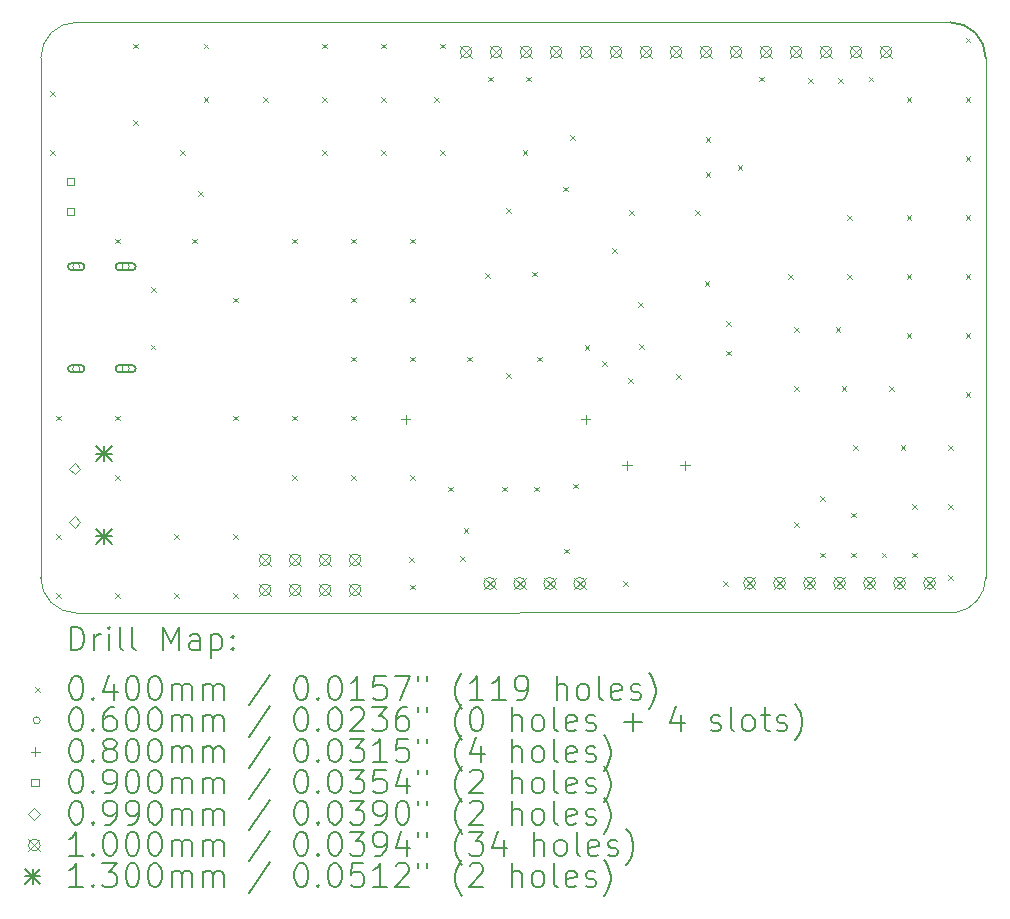
<source format=gbr>
%TF.GenerationSoftware,KiCad,Pcbnew,(6.0.7-1)-1*%
%TF.CreationDate,2022-09-20T14:46:52+12:00*%
%TF.ProjectId,ENEL300Group10MCUBoard,454e454c-3330-4304-9772-6f757031304d,rev?*%
%TF.SameCoordinates,Original*%
%TF.FileFunction,Drillmap*%
%TF.FilePolarity,Positive*%
%FSLAX45Y45*%
G04 Gerber Fmt 4.5, Leading zero omitted, Abs format (unit mm)*
G04 Created by KiCad (PCBNEW (6.0.7-1)-1) date 2022-09-20 14:46:52*
%MOMM*%
%LPD*%
G01*
G04 APERTURE LIST*
%ADD10C,0.100000*%
%ADD11C,0.150000*%
%ADD12C,0.200000*%
%ADD13C,0.040000*%
%ADD14C,0.060000*%
%ADD15C,0.080000*%
%ADD16C,0.090000*%
%ADD17C,0.099000*%
%ADD18C,0.130000*%
G04 APERTURE END LIST*
D10*
X5300000Y-8750000D02*
X12749320Y-8745918D01*
X5000000Y-8450000D02*
G75*
G03*
X5300000Y-8750000I300000J0D01*
G01*
X5300000Y-3750000D02*
G75*
G03*
X5000000Y-4050000I0J-300000D01*
G01*
X5000000Y-4050000D02*
X5000000Y-8450000D01*
X5300000Y-3750000D02*
X12700000Y-3750000D01*
D11*
X13000000Y-4050000D02*
G75*
G03*
X12700000Y-3750000I-300000J0D01*
G01*
D10*
X13000000Y-8450000D02*
X13000000Y-4050000D01*
X12749320Y-8745918D02*
G75*
G03*
X13000000Y-8450000I-49320J295918D01*
G01*
D12*
D13*
X5080000Y-4330000D02*
X5120000Y-4370000D01*
X5120000Y-4330000D02*
X5080000Y-4370000D01*
X5080000Y-4830000D02*
X5120000Y-4870000D01*
X5120000Y-4830000D02*
X5080000Y-4870000D01*
X5130000Y-7080000D02*
X5170000Y-7120000D01*
X5170000Y-7080000D02*
X5130000Y-7120000D01*
X5130000Y-8080000D02*
X5170000Y-8120000D01*
X5170000Y-8080000D02*
X5130000Y-8120000D01*
X5130000Y-8580000D02*
X5170000Y-8620000D01*
X5170000Y-8580000D02*
X5130000Y-8620000D01*
X5630000Y-5580000D02*
X5670000Y-5620000D01*
X5670000Y-5580000D02*
X5630000Y-5620000D01*
X5630000Y-7080000D02*
X5670000Y-7120000D01*
X5670000Y-7080000D02*
X5630000Y-7120000D01*
X5630000Y-7580000D02*
X5670000Y-7620000D01*
X5670000Y-7580000D02*
X5630000Y-7620000D01*
X5630000Y-8580000D02*
X5670000Y-8620000D01*
X5670000Y-8580000D02*
X5630000Y-8620000D01*
X5780000Y-3930000D02*
X5820000Y-3970000D01*
X5820000Y-3930000D02*
X5780000Y-3970000D01*
X5780000Y-4580000D02*
X5820000Y-4620000D01*
X5820000Y-4580000D02*
X5780000Y-4620000D01*
X5930000Y-6477450D02*
X5970000Y-6517450D01*
X5970000Y-6477450D02*
X5930000Y-6517450D01*
X5932000Y-5990000D02*
X5972000Y-6030000D01*
X5972000Y-5990000D02*
X5932000Y-6030000D01*
X6130000Y-8080000D02*
X6170000Y-8120000D01*
X6170000Y-8080000D02*
X6130000Y-8120000D01*
X6130000Y-8580000D02*
X6170000Y-8620000D01*
X6170000Y-8580000D02*
X6130000Y-8620000D01*
X6180000Y-4830000D02*
X6220000Y-4870000D01*
X6220000Y-4830000D02*
X6180000Y-4870000D01*
X6280000Y-5580000D02*
X6320000Y-5620000D01*
X6320000Y-5580000D02*
X6280000Y-5620000D01*
X6330000Y-5180000D02*
X6370000Y-5220000D01*
X6370000Y-5180000D02*
X6330000Y-5220000D01*
X6380000Y-3930000D02*
X6420000Y-3970000D01*
X6420000Y-3930000D02*
X6380000Y-3970000D01*
X6380000Y-4380000D02*
X6420000Y-4420000D01*
X6420000Y-4380000D02*
X6380000Y-4420000D01*
X6630000Y-6080000D02*
X6670000Y-6120000D01*
X6670000Y-6080000D02*
X6630000Y-6120000D01*
X6630000Y-7080000D02*
X6670000Y-7120000D01*
X6670000Y-7080000D02*
X6630000Y-7120000D01*
X6630000Y-8080000D02*
X6670000Y-8120000D01*
X6670000Y-8080000D02*
X6630000Y-8120000D01*
X6630000Y-8580000D02*
X6670000Y-8620000D01*
X6670000Y-8580000D02*
X6630000Y-8620000D01*
X6880000Y-4380000D02*
X6920000Y-4420000D01*
X6920000Y-4380000D02*
X6880000Y-4420000D01*
X7130000Y-5580000D02*
X7170000Y-5620000D01*
X7170000Y-5580000D02*
X7130000Y-5620000D01*
X7130000Y-7080000D02*
X7170000Y-7120000D01*
X7170000Y-7080000D02*
X7130000Y-7120000D01*
X7130000Y-7580000D02*
X7170000Y-7620000D01*
X7170000Y-7580000D02*
X7130000Y-7620000D01*
X7380000Y-3930000D02*
X7420000Y-3970000D01*
X7420000Y-3930000D02*
X7380000Y-3970000D01*
X7380000Y-4380000D02*
X7420000Y-4420000D01*
X7420000Y-4380000D02*
X7380000Y-4420000D01*
X7380000Y-4830000D02*
X7420000Y-4870000D01*
X7420000Y-4830000D02*
X7380000Y-4870000D01*
X7630000Y-5580000D02*
X7670000Y-5620000D01*
X7670000Y-5580000D02*
X7630000Y-5620000D01*
X7630000Y-6080000D02*
X7670000Y-6120000D01*
X7670000Y-6080000D02*
X7630000Y-6120000D01*
X7630000Y-6580000D02*
X7670000Y-6620000D01*
X7670000Y-6580000D02*
X7630000Y-6620000D01*
X7630000Y-7080000D02*
X7670000Y-7120000D01*
X7670000Y-7080000D02*
X7630000Y-7120000D01*
X7630000Y-7580000D02*
X7670000Y-7620000D01*
X7670000Y-7580000D02*
X7630000Y-7620000D01*
X7880000Y-3930000D02*
X7920000Y-3970000D01*
X7920000Y-3930000D02*
X7880000Y-3970000D01*
X7880000Y-4380000D02*
X7920000Y-4420000D01*
X7920000Y-4380000D02*
X7880000Y-4420000D01*
X7880000Y-4830000D02*
X7920000Y-4870000D01*
X7920000Y-4830000D02*
X7880000Y-4870000D01*
X8120000Y-8280000D02*
X8160000Y-8320000D01*
X8160000Y-8280000D02*
X8120000Y-8320000D01*
X8130000Y-5580000D02*
X8170000Y-5620000D01*
X8170000Y-5580000D02*
X8130000Y-5620000D01*
X8130000Y-6080000D02*
X8170000Y-6120000D01*
X8170000Y-6080000D02*
X8130000Y-6120000D01*
X8130000Y-6580000D02*
X8170000Y-6620000D01*
X8170000Y-6580000D02*
X8130000Y-6620000D01*
X8130000Y-7580000D02*
X8170000Y-7620000D01*
X8170000Y-7580000D02*
X8130000Y-7620000D01*
X8130000Y-8510000D02*
X8170000Y-8550000D01*
X8170000Y-8510000D02*
X8130000Y-8550000D01*
X8330000Y-4380000D02*
X8370000Y-4420000D01*
X8370000Y-4380000D02*
X8330000Y-4420000D01*
X8380000Y-3930000D02*
X8420000Y-3970000D01*
X8420000Y-3930000D02*
X8380000Y-3970000D01*
X8380000Y-4830000D02*
X8420000Y-4870000D01*
X8420000Y-4830000D02*
X8380000Y-4870000D01*
X8450000Y-7680000D02*
X8490000Y-7720000D01*
X8490000Y-7680000D02*
X8450000Y-7720000D01*
X8550000Y-8270000D02*
X8590000Y-8310000D01*
X8590000Y-8270000D02*
X8550000Y-8310000D01*
X8580000Y-8034000D02*
X8620000Y-8074000D01*
X8620000Y-8034000D02*
X8580000Y-8074000D01*
X8610000Y-6580000D02*
X8650000Y-6620000D01*
X8650000Y-6580000D02*
X8610000Y-6620000D01*
X8760000Y-5870000D02*
X8800000Y-5910000D01*
X8800000Y-5870000D02*
X8760000Y-5910000D01*
X8790000Y-4210000D02*
X8830000Y-4250000D01*
X8830000Y-4210000D02*
X8790000Y-4250000D01*
X8905000Y-7680000D02*
X8945000Y-7720000D01*
X8945000Y-7680000D02*
X8905000Y-7720000D01*
X8940000Y-5320000D02*
X8980000Y-5360000D01*
X8980000Y-5320000D02*
X8940000Y-5360000D01*
X8940000Y-6720000D02*
X8980000Y-6760000D01*
X8980000Y-6720000D02*
X8940000Y-6760000D01*
X9080000Y-4830000D02*
X9120000Y-4870000D01*
X9120000Y-4830000D02*
X9080000Y-4870000D01*
X9110000Y-4210000D02*
X9150000Y-4250000D01*
X9150000Y-4210000D02*
X9110000Y-4250000D01*
X9160000Y-5860000D02*
X9200000Y-5900000D01*
X9200000Y-5860000D02*
X9160000Y-5900000D01*
X9180000Y-7680000D02*
X9220000Y-7720000D01*
X9220000Y-7680000D02*
X9180000Y-7720000D01*
X9200000Y-6580000D02*
X9240000Y-6620000D01*
X9240000Y-6580000D02*
X9200000Y-6620000D01*
X9420000Y-5140000D02*
X9460000Y-5180000D01*
X9460000Y-5140000D02*
X9420000Y-5180000D01*
X9430000Y-8205000D02*
X9470000Y-8245000D01*
X9470000Y-8205000D02*
X9430000Y-8245000D01*
X9480000Y-4705000D02*
X9520000Y-4745000D01*
X9520000Y-4705000D02*
X9480000Y-4745000D01*
X9505000Y-7655000D02*
X9545000Y-7695000D01*
X9545000Y-7655000D02*
X9505000Y-7695000D01*
X9605000Y-6480000D02*
X9645000Y-6520000D01*
X9645000Y-6480000D02*
X9605000Y-6520000D01*
X9750000Y-6620000D02*
X9790000Y-6660000D01*
X9790000Y-6620000D02*
X9750000Y-6660000D01*
X9840000Y-5660000D02*
X9880000Y-5700000D01*
X9880000Y-5660000D02*
X9840000Y-5700000D01*
X9930000Y-8480000D02*
X9970000Y-8520000D01*
X9970000Y-8480000D02*
X9930000Y-8520000D01*
X9970000Y-6760000D02*
X10010000Y-6800000D01*
X10010000Y-6760000D02*
X9970000Y-6800000D01*
X9980000Y-5340000D02*
X10020000Y-5380000D01*
X10020000Y-5340000D02*
X9980000Y-5380000D01*
X10060000Y-6120000D02*
X10100000Y-6160000D01*
X10100000Y-6120000D02*
X10060000Y-6160000D01*
X10064000Y-6471000D02*
X10104000Y-6511000D01*
X10104000Y-6471000D02*
X10064000Y-6511000D01*
X10380000Y-6730000D02*
X10420000Y-6770000D01*
X10420000Y-6730000D02*
X10380000Y-6770000D01*
X10540000Y-5340000D02*
X10580000Y-5380000D01*
X10580000Y-5340000D02*
X10540000Y-5380000D01*
X10620000Y-5940000D02*
X10660000Y-5980000D01*
X10660000Y-5940000D02*
X10620000Y-5980000D01*
X10630000Y-4720000D02*
X10670000Y-4760000D01*
X10670000Y-4720000D02*
X10630000Y-4760000D01*
X10630000Y-5020000D02*
X10670000Y-5060000D01*
X10670000Y-5020000D02*
X10630000Y-5060000D01*
X10780000Y-8480000D02*
X10820000Y-8520000D01*
X10820000Y-8480000D02*
X10780000Y-8520000D01*
X10800000Y-6280000D02*
X10840000Y-6320000D01*
X10840000Y-6280000D02*
X10800000Y-6320000D01*
X10800000Y-6530000D02*
X10840000Y-6570000D01*
X10840000Y-6530000D02*
X10800000Y-6570000D01*
X10900000Y-4960000D02*
X10940000Y-5000000D01*
X10940000Y-4960000D02*
X10900000Y-5000000D01*
X11080000Y-4210000D02*
X11120000Y-4250000D01*
X11120000Y-4210000D02*
X11080000Y-4250000D01*
X11330000Y-5880000D02*
X11370000Y-5920000D01*
X11370000Y-5880000D02*
X11330000Y-5920000D01*
X11380000Y-6330000D02*
X11420000Y-6370000D01*
X11420000Y-6330000D02*
X11380000Y-6370000D01*
X11380000Y-6830000D02*
X11420000Y-6870000D01*
X11420000Y-6830000D02*
X11380000Y-6870000D01*
X11380000Y-7980000D02*
X11420000Y-8020000D01*
X11420000Y-7980000D02*
X11380000Y-8020000D01*
X11500000Y-4220000D02*
X11540000Y-4260000D01*
X11540000Y-4220000D02*
X11500000Y-4260000D01*
X11600000Y-7760000D02*
X11640000Y-7800000D01*
X11640000Y-7760000D02*
X11600000Y-7800000D01*
X11600000Y-8240000D02*
X11640000Y-8280000D01*
X11640000Y-8240000D02*
X11600000Y-8280000D01*
X11730000Y-6330000D02*
X11770000Y-6370000D01*
X11770000Y-6330000D02*
X11730000Y-6370000D01*
X11750000Y-4220000D02*
X11790000Y-4260000D01*
X11790000Y-4220000D02*
X11750000Y-4260000D01*
X11780000Y-6830000D02*
X11820000Y-6870000D01*
X11820000Y-6830000D02*
X11780000Y-6870000D01*
X11830000Y-5380000D02*
X11870000Y-5420000D01*
X11870000Y-5380000D02*
X11830000Y-5420000D01*
X11830000Y-5880000D02*
X11870000Y-5920000D01*
X11870000Y-5880000D02*
X11830000Y-5920000D01*
X11860000Y-7900000D02*
X11900000Y-7940000D01*
X11900000Y-7900000D02*
X11860000Y-7940000D01*
X11860000Y-8240000D02*
X11900000Y-8280000D01*
X11900000Y-8240000D02*
X11860000Y-8280000D01*
X11880000Y-7330000D02*
X11920000Y-7370000D01*
X11920000Y-7330000D02*
X11880000Y-7370000D01*
X12010000Y-4210000D02*
X12050000Y-4250000D01*
X12050000Y-4210000D02*
X12010000Y-4250000D01*
X12120000Y-8240000D02*
X12160000Y-8280000D01*
X12160000Y-8240000D02*
X12120000Y-8280000D01*
X12180000Y-6830000D02*
X12220000Y-6870000D01*
X12220000Y-6830000D02*
X12180000Y-6870000D01*
X12280000Y-7330000D02*
X12320000Y-7370000D01*
X12320000Y-7330000D02*
X12280000Y-7370000D01*
X12330000Y-4380000D02*
X12370000Y-4420000D01*
X12370000Y-4380000D02*
X12330000Y-4420000D01*
X12330000Y-5380000D02*
X12370000Y-5420000D01*
X12370000Y-5380000D02*
X12330000Y-5420000D01*
X12330000Y-5880000D02*
X12370000Y-5920000D01*
X12370000Y-5880000D02*
X12330000Y-5920000D01*
X12330000Y-6380000D02*
X12370000Y-6420000D01*
X12370000Y-6380000D02*
X12330000Y-6420000D01*
X12380000Y-7830000D02*
X12420000Y-7870000D01*
X12420000Y-7830000D02*
X12380000Y-7870000D01*
X12380000Y-8240000D02*
X12420000Y-8280000D01*
X12420000Y-8240000D02*
X12380000Y-8280000D01*
X12680000Y-7330000D02*
X12720000Y-7370000D01*
X12720000Y-7330000D02*
X12680000Y-7370000D01*
X12680000Y-7830000D02*
X12720000Y-7870000D01*
X12720000Y-7830000D02*
X12680000Y-7870000D01*
X12680000Y-8430000D02*
X12720000Y-8470000D01*
X12720000Y-8430000D02*
X12680000Y-8470000D01*
X12830000Y-3880000D02*
X12870000Y-3920000D01*
X12870000Y-3880000D02*
X12830000Y-3920000D01*
X12830000Y-4380000D02*
X12870000Y-4420000D01*
X12870000Y-4380000D02*
X12830000Y-4420000D01*
X12830000Y-4880000D02*
X12870000Y-4920000D01*
X12870000Y-4880000D02*
X12830000Y-4920000D01*
X12830000Y-5380000D02*
X12870000Y-5420000D01*
X12870000Y-5380000D02*
X12830000Y-5420000D01*
X12830000Y-5880000D02*
X12870000Y-5920000D01*
X12870000Y-5880000D02*
X12830000Y-5920000D01*
X12830000Y-6380000D02*
X12870000Y-6420000D01*
X12870000Y-6380000D02*
X12830000Y-6420000D01*
X12830000Y-6880000D02*
X12870000Y-6920000D01*
X12870000Y-6880000D02*
X12830000Y-6920000D01*
D14*
X5330000Y-5818000D02*
G75*
G03*
X5330000Y-5818000I-30000J0D01*
G01*
D12*
X5340000Y-5788000D02*
X5260000Y-5788000D01*
X5340000Y-5848000D02*
X5260000Y-5848000D01*
X5260000Y-5788000D02*
G75*
G03*
X5260000Y-5848000I0J-30000D01*
G01*
X5340000Y-5848000D02*
G75*
G03*
X5340000Y-5788000I0J30000D01*
G01*
D14*
X5330000Y-6682000D02*
G75*
G03*
X5330000Y-6682000I-30000J0D01*
G01*
D12*
X5340000Y-6652000D02*
X5260000Y-6652000D01*
X5340000Y-6712000D02*
X5260000Y-6712000D01*
X5260000Y-6652000D02*
G75*
G03*
X5260000Y-6712000I0J-30000D01*
G01*
X5340000Y-6712000D02*
G75*
G03*
X5340000Y-6652000I0J30000D01*
G01*
D14*
X5748000Y-5818000D02*
G75*
G03*
X5748000Y-5818000I-30000J0D01*
G01*
D12*
X5773000Y-5788000D02*
X5663000Y-5788000D01*
X5773000Y-5848000D02*
X5663000Y-5848000D01*
X5663000Y-5788000D02*
G75*
G03*
X5663000Y-5848000I0J-30000D01*
G01*
X5773000Y-5848000D02*
G75*
G03*
X5773000Y-5788000I0J30000D01*
G01*
D14*
X5748000Y-6682000D02*
G75*
G03*
X5748000Y-6682000I-30000J0D01*
G01*
D12*
X5773000Y-6652000D02*
X5663000Y-6652000D01*
X5773000Y-6712000D02*
X5663000Y-6712000D01*
X5663000Y-6652000D02*
G75*
G03*
X5663000Y-6712000I0J-30000D01*
G01*
X5773000Y-6712000D02*
G75*
G03*
X5773000Y-6652000I0J30000D01*
G01*
D15*
X8088000Y-7070000D02*
X8088000Y-7150000D01*
X8048000Y-7110000D02*
X8128000Y-7110000D01*
X9612000Y-7070000D02*
X9612000Y-7150000D01*
X9572000Y-7110000D02*
X9652000Y-7110000D01*
X9965000Y-7460000D02*
X9965000Y-7540000D01*
X9925000Y-7500000D02*
X10005000Y-7500000D01*
X10455000Y-7460000D02*
X10455000Y-7540000D01*
X10415000Y-7500000D02*
X10495000Y-7500000D01*
D16*
X5281820Y-5127820D02*
X5281820Y-5064180D01*
X5218180Y-5064180D01*
X5218180Y-5127820D01*
X5281820Y-5127820D01*
X5281820Y-5381820D02*
X5281820Y-5318180D01*
X5218180Y-5318180D01*
X5218180Y-5381820D01*
X5281820Y-5381820D01*
D17*
X5286250Y-7577000D02*
X5335750Y-7527500D01*
X5286250Y-7478000D01*
X5236750Y-7527500D01*
X5286250Y-7577000D01*
X5286250Y-8027000D02*
X5335750Y-7977500D01*
X5286250Y-7928000D01*
X5236750Y-7977500D01*
X5286250Y-8027000D01*
D10*
X6850000Y-8250000D02*
X6950000Y-8350000D01*
X6950000Y-8250000D02*
X6850000Y-8350000D01*
X6950000Y-8300000D02*
G75*
G03*
X6950000Y-8300000I-50000J0D01*
G01*
X6850000Y-8504000D02*
X6950000Y-8604000D01*
X6950000Y-8504000D02*
X6850000Y-8604000D01*
X6950000Y-8554000D02*
G75*
G03*
X6950000Y-8554000I-50000J0D01*
G01*
X7104000Y-8250000D02*
X7204000Y-8350000D01*
X7204000Y-8250000D02*
X7104000Y-8350000D01*
X7204000Y-8300000D02*
G75*
G03*
X7204000Y-8300000I-50000J0D01*
G01*
X7104000Y-8504000D02*
X7204000Y-8604000D01*
X7204000Y-8504000D02*
X7104000Y-8604000D01*
X7204000Y-8554000D02*
G75*
G03*
X7204000Y-8554000I-50000J0D01*
G01*
X7358000Y-8250000D02*
X7458000Y-8350000D01*
X7458000Y-8250000D02*
X7358000Y-8350000D01*
X7458000Y-8300000D02*
G75*
G03*
X7458000Y-8300000I-50000J0D01*
G01*
X7358000Y-8504000D02*
X7458000Y-8604000D01*
X7458000Y-8504000D02*
X7358000Y-8604000D01*
X7458000Y-8554000D02*
G75*
G03*
X7458000Y-8554000I-50000J0D01*
G01*
X7612000Y-8250000D02*
X7712000Y-8350000D01*
X7712000Y-8250000D02*
X7612000Y-8350000D01*
X7712000Y-8300000D02*
G75*
G03*
X7712000Y-8300000I-50000J0D01*
G01*
X7612000Y-8504000D02*
X7712000Y-8604000D01*
X7712000Y-8504000D02*
X7612000Y-8604000D01*
X7712000Y-8554000D02*
G75*
G03*
X7712000Y-8554000I-50000J0D01*
G01*
X8550000Y-3950000D02*
X8650000Y-4050000D01*
X8650000Y-3950000D02*
X8550000Y-4050000D01*
X8650000Y-4000000D02*
G75*
G03*
X8650000Y-4000000I-50000J0D01*
G01*
X8750000Y-8450000D02*
X8850000Y-8550000D01*
X8850000Y-8450000D02*
X8750000Y-8550000D01*
X8850000Y-8500000D02*
G75*
G03*
X8850000Y-8500000I-50000J0D01*
G01*
X8804000Y-3950000D02*
X8904000Y-4050000D01*
X8904000Y-3950000D02*
X8804000Y-4050000D01*
X8904000Y-4000000D02*
G75*
G03*
X8904000Y-4000000I-50000J0D01*
G01*
X9004000Y-8450000D02*
X9104000Y-8550000D01*
X9104000Y-8450000D02*
X9004000Y-8550000D01*
X9104000Y-8500000D02*
G75*
G03*
X9104000Y-8500000I-50000J0D01*
G01*
X9058000Y-3950000D02*
X9158000Y-4050000D01*
X9158000Y-3950000D02*
X9058000Y-4050000D01*
X9158000Y-4000000D02*
G75*
G03*
X9158000Y-4000000I-50000J0D01*
G01*
X9258000Y-8450000D02*
X9358000Y-8550000D01*
X9358000Y-8450000D02*
X9258000Y-8550000D01*
X9358000Y-8500000D02*
G75*
G03*
X9358000Y-8500000I-50000J0D01*
G01*
X9312000Y-3950000D02*
X9412000Y-4050000D01*
X9412000Y-3950000D02*
X9312000Y-4050000D01*
X9412000Y-4000000D02*
G75*
G03*
X9412000Y-4000000I-50000J0D01*
G01*
X9512000Y-8450000D02*
X9612000Y-8550000D01*
X9612000Y-8450000D02*
X9512000Y-8550000D01*
X9612000Y-8500000D02*
G75*
G03*
X9612000Y-8500000I-50000J0D01*
G01*
X9566000Y-3950000D02*
X9666000Y-4050000D01*
X9666000Y-3950000D02*
X9566000Y-4050000D01*
X9666000Y-4000000D02*
G75*
G03*
X9666000Y-4000000I-50000J0D01*
G01*
X9820000Y-3950000D02*
X9920000Y-4050000D01*
X9920000Y-3950000D02*
X9820000Y-4050000D01*
X9920000Y-4000000D02*
G75*
G03*
X9920000Y-4000000I-50000J0D01*
G01*
X10074000Y-3950000D02*
X10174000Y-4050000D01*
X10174000Y-3950000D02*
X10074000Y-4050000D01*
X10174000Y-4000000D02*
G75*
G03*
X10174000Y-4000000I-50000J0D01*
G01*
X10328000Y-3950000D02*
X10428000Y-4050000D01*
X10428000Y-3950000D02*
X10328000Y-4050000D01*
X10428000Y-4000000D02*
G75*
G03*
X10428000Y-4000000I-50000J0D01*
G01*
X10582000Y-3950000D02*
X10682000Y-4050000D01*
X10682000Y-3950000D02*
X10582000Y-4050000D01*
X10682000Y-4000000D02*
G75*
G03*
X10682000Y-4000000I-50000J0D01*
G01*
X10836000Y-3950000D02*
X10936000Y-4050000D01*
X10936000Y-3950000D02*
X10836000Y-4050000D01*
X10936000Y-4000000D02*
G75*
G03*
X10936000Y-4000000I-50000J0D01*
G01*
X10950000Y-8447500D02*
X11050000Y-8547500D01*
X11050000Y-8447500D02*
X10950000Y-8547500D01*
X11050000Y-8497500D02*
G75*
G03*
X11050000Y-8497500I-50000J0D01*
G01*
X11090000Y-3950000D02*
X11190000Y-4050000D01*
X11190000Y-3950000D02*
X11090000Y-4050000D01*
X11190000Y-4000000D02*
G75*
G03*
X11190000Y-4000000I-50000J0D01*
G01*
X11204000Y-8447500D02*
X11304000Y-8547500D01*
X11304000Y-8447500D02*
X11204000Y-8547500D01*
X11304000Y-8497500D02*
G75*
G03*
X11304000Y-8497500I-50000J0D01*
G01*
X11344000Y-3950000D02*
X11444000Y-4050000D01*
X11444000Y-3950000D02*
X11344000Y-4050000D01*
X11444000Y-4000000D02*
G75*
G03*
X11444000Y-4000000I-50000J0D01*
G01*
X11458000Y-8447500D02*
X11558000Y-8547500D01*
X11558000Y-8447500D02*
X11458000Y-8547500D01*
X11558000Y-8497500D02*
G75*
G03*
X11558000Y-8497500I-50000J0D01*
G01*
X11598000Y-3950000D02*
X11698000Y-4050000D01*
X11698000Y-3950000D02*
X11598000Y-4050000D01*
X11698000Y-4000000D02*
G75*
G03*
X11698000Y-4000000I-50000J0D01*
G01*
X11712000Y-8447500D02*
X11812000Y-8547500D01*
X11812000Y-8447500D02*
X11712000Y-8547500D01*
X11812000Y-8497500D02*
G75*
G03*
X11812000Y-8497500I-50000J0D01*
G01*
X11852000Y-3950000D02*
X11952000Y-4050000D01*
X11952000Y-3950000D02*
X11852000Y-4050000D01*
X11952000Y-4000000D02*
G75*
G03*
X11952000Y-4000000I-50000J0D01*
G01*
X11966000Y-8447500D02*
X12066000Y-8547500D01*
X12066000Y-8447500D02*
X11966000Y-8547500D01*
X12066000Y-8497500D02*
G75*
G03*
X12066000Y-8497500I-50000J0D01*
G01*
X12106000Y-3950000D02*
X12206000Y-4050000D01*
X12206000Y-3950000D02*
X12106000Y-4050000D01*
X12206000Y-4000000D02*
G75*
G03*
X12206000Y-4000000I-50000J0D01*
G01*
X12220000Y-8447500D02*
X12320000Y-8547500D01*
X12320000Y-8447500D02*
X12220000Y-8547500D01*
X12320000Y-8497500D02*
G75*
G03*
X12320000Y-8497500I-50000J0D01*
G01*
X12474000Y-8447500D02*
X12574000Y-8547500D01*
X12574000Y-8447500D02*
X12474000Y-8547500D01*
X12574000Y-8497500D02*
G75*
G03*
X12574000Y-8497500I-50000J0D01*
G01*
D18*
X5470250Y-7336500D02*
X5600250Y-7466500D01*
X5600250Y-7336500D02*
X5470250Y-7466500D01*
X5535250Y-7336500D02*
X5535250Y-7466500D01*
X5470250Y-7401500D02*
X5600250Y-7401500D01*
X5470250Y-8037500D02*
X5600250Y-8167500D01*
X5600250Y-8037500D02*
X5470250Y-8167500D01*
X5535250Y-8037500D02*
X5535250Y-8167500D01*
X5470250Y-8102500D02*
X5600250Y-8102500D01*
D12*
X5252619Y-9065476D02*
X5252619Y-8865476D01*
X5300238Y-8865476D01*
X5328810Y-8875000D01*
X5347857Y-8894048D01*
X5357381Y-8913095D01*
X5366905Y-8951190D01*
X5366905Y-8979762D01*
X5357381Y-9017857D01*
X5347857Y-9036905D01*
X5328810Y-9055952D01*
X5300238Y-9065476D01*
X5252619Y-9065476D01*
X5452619Y-9065476D02*
X5452619Y-8932143D01*
X5452619Y-8970238D02*
X5462143Y-8951190D01*
X5471667Y-8941667D01*
X5490714Y-8932143D01*
X5509762Y-8932143D01*
X5576429Y-9065476D02*
X5576429Y-8932143D01*
X5576429Y-8865476D02*
X5566905Y-8875000D01*
X5576429Y-8884524D01*
X5585952Y-8875000D01*
X5576429Y-8865476D01*
X5576429Y-8884524D01*
X5700238Y-9065476D02*
X5681190Y-9055952D01*
X5671667Y-9036905D01*
X5671667Y-8865476D01*
X5805000Y-9065476D02*
X5785952Y-9055952D01*
X5776428Y-9036905D01*
X5776428Y-8865476D01*
X6033571Y-9065476D02*
X6033571Y-8865476D01*
X6100238Y-9008333D01*
X6166905Y-8865476D01*
X6166905Y-9065476D01*
X6347857Y-9065476D02*
X6347857Y-8960714D01*
X6338333Y-8941667D01*
X6319286Y-8932143D01*
X6281190Y-8932143D01*
X6262143Y-8941667D01*
X6347857Y-9055952D02*
X6328809Y-9065476D01*
X6281190Y-9065476D01*
X6262143Y-9055952D01*
X6252619Y-9036905D01*
X6252619Y-9017857D01*
X6262143Y-8998810D01*
X6281190Y-8989286D01*
X6328809Y-8989286D01*
X6347857Y-8979762D01*
X6443095Y-8932143D02*
X6443095Y-9132143D01*
X6443095Y-8941667D02*
X6462143Y-8932143D01*
X6500238Y-8932143D01*
X6519286Y-8941667D01*
X6528809Y-8951190D01*
X6538333Y-8970238D01*
X6538333Y-9027381D01*
X6528809Y-9046429D01*
X6519286Y-9055952D01*
X6500238Y-9065476D01*
X6462143Y-9065476D01*
X6443095Y-9055952D01*
X6624048Y-9046429D02*
X6633571Y-9055952D01*
X6624048Y-9065476D01*
X6614524Y-9055952D01*
X6624048Y-9046429D01*
X6624048Y-9065476D01*
X6624048Y-8941667D02*
X6633571Y-8951190D01*
X6624048Y-8960714D01*
X6614524Y-8951190D01*
X6624048Y-8941667D01*
X6624048Y-8960714D01*
D13*
X4955000Y-9375000D02*
X4995000Y-9415000D01*
X4995000Y-9375000D02*
X4955000Y-9415000D01*
D12*
X5290714Y-9285476D02*
X5309762Y-9285476D01*
X5328810Y-9295000D01*
X5338333Y-9304524D01*
X5347857Y-9323571D01*
X5357381Y-9361667D01*
X5357381Y-9409286D01*
X5347857Y-9447381D01*
X5338333Y-9466429D01*
X5328810Y-9475952D01*
X5309762Y-9485476D01*
X5290714Y-9485476D01*
X5271667Y-9475952D01*
X5262143Y-9466429D01*
X5252619Y-9447381D01*
X5243095Y-9409286D01*
X5243095Y-9361667D01*
X5252619Y-9323571D01*
X5262143Y-9304524D01*
X5271667Y-9295000D01*
X5290714Y-9285476D01*
X5443095Y-9466429D02*
X5452619Y-9475952D01*
X5443095Y-9485476D01*
X5433571Y-9475952D01*
X5443095Y-9466429D01*
X5443095Y-9485476D01*
X5624048Y-9352143D02*
X5624048Y-9485476D01*
X5576429Y-9275952D02*
X5528810Y-9418810D01*
X5652619Y-9418810D01*
X5766905Y-9285476D02*
X5785952Y-9285476D01*
X5805000Y-9295000D01*
X5814524Y-9304524D01*
X5824048Y-9323571D01*
X5833571Y-9361667D01*
X5833571Y-9409286D01*
X5824048Y-9447381D01*
X5814524Y-9466429D01*
X5805000Y-9475952D01*
X5785952Y-9485476D01*
X5766905Y-9485476D01*
X5747857Y-9475952D01*
X5738333Y-9466429D01*
X5728809Y-9447381D01*
X5719286Y-9409286D01*
X5719286Y-9361667D01*
X5728809Y-9323571D01*
X5738333Y-9304524D01*
X5747857Y-9295000D01*
X5766905Y-9285476D01*
X5957381Y-9285476D02*
X5976428Y-9285476D01*
X5995476Y-9295000D01*
X6005000Y-9304524D01*
X6014524Y-9323571D01*
X6024048Y-9361667D01*
X6024048Y-9409286D01*
X6014524Y-9447381D01*
X6005000Y-9466429D01*
X5995476Y-9475952D01*
X5976428Y-9485476D01*
X5957381Y-9485476D01*
X5938333Y-9475952D01*
X5928809Y-9466429D01*
X5919286Y-9447381D01*
X5909762Y-9409286D01*
X5909762Y-9361667D01*
X5919286Y-9323571D01*
X5928809Y-9304524D01*
X5938333Y-9295000D01*
X5957381Y-9285476D01*
X6109762Y-9485476D02*
X6109762Y-9352143D01*
X6109762Y-9371190D02*
X6119286Y-9361667D01*
X6138333Y-9352143D01*
X6166905Y-9352143D01*
X6185952Y-9361667D01*
X6195476Y-9380714D01*
X6195476Y-9485476D01*
X6195476Y-9380714D02*
X6205000Y-9361667D01*
X6224048Y-9352143D01*
X6252619Y-9352143D01*
X6271667Y-9361667D01*
X6281190Y-9380714D01*
X6281190Y-9485476D01*
X6376428Y-9485476D02*
X6376428Y-9352143D01*
X6376428Y-9371190D02*
X6385952Y-9361667D01*
X6405000Y-9352143D01*
X6433571Y-9352143D01*
X6452619Y-9361667D01*
X6462143Y-9380714D01*
X6462143Y-9485476D01*
X6462143Y-9380714D02*
X6471667Y-9361667D01*
X6490714Y-9352143D01*
X6519286Y-9352143D01*
X6538333Y-9361667D01*
X6547857Y-9380714D01*
X6547857Y-9485476D01*
X6938333Y-9275952D02*
X6766905Y-9533095D01*
X7195476Y-9285476D02*
X7214524Y-9285476D01*
X7233571Y-9295000D01*
X7243095Y-9304524D01*
X7252619Y-9323571D01*
X7262143Y-9361667D01*
X7262143Y-9409286D01*
X7252619Y-9447381D01*
X7243095Y-9466429D01*
X7233571Y-9475952D01*
X7214524Y-9485476D01*
X7195476Y-9485476D01*
X7176428Y-9475952D01*
X7166905Y-9466429D01*
X7157381Y-9447381D01*
X7147857Y-9409286D01*
X7147857Y-9361667D01*
X7157381Y-9323571D01*
X7166905Y-9304524D01*
X7176428Y-9295000D01*
X7195476Y-9285476D01*
X7347857Y-9466429D02*
X7357381Y-9475952D01*
X7347857Y-9485476D01*
X7338333Y-9475952D01*
X7347857Y-9466429D01*
X7347857Y-9485476D01*
X7481190Y-9285476D02*
X7500238Y-9285476D01*
X7519286Y-9295000D01*
X7528809Y-9304524D01*
X7538333Y-9323571D01*
X7547857Y-9361667D01*
X7547857Y-9409286D01*
X7538333Y-9447381D01*
X7528809Y-9466429D01*
X7519286Y-9475952D01*
X7500238Y-9485476D01*
X7481190Y-9485476D01*
X7462143Y-9475952D01*
X7452619Y-9466429D01*
X7443095Y-9447381D01*
X7433571Y-9409286D01*
X7433571Y-9361667D01*
X7443095Y-9323571D01*
X7452619Y-9304524D01*
X7462143Y-9295000D01*
X7481190Y-9285476D01*
X7738333Y-9485476D02*
X7624048Y-9485476D01*
X7681190Y-9485476D02*
X7681190Y-9285476D01*
X7662143Y-9314048D01*
X7643095Y-9333095D01*
X7624048Y-9342619D01*
X7919286Y-9285476D02*
X7824048Y-9285476D01*
X7814524Y-9380714D01*
X7824048Y-9371190D01*
X7843095Y-9361667D01*
X7890714Y-9361667D01*
X7909762Y-9371190D01*
X7919286Y-9380714D01*
X7928809Y-9399762D01*
X7928809Y-9447381D01*
X7919286Y-9466429D01*
X7909762Y-9475952D01*
X7890714Y-9485476D01*
X7843095Y-9485476D01*
X7824048Y-9475952D01*
X7814524Y-9466429D01*
X7995476Y-9285476D02*
X8128809Y-9285476D01*
X8043095Y-9485476D01*
X8195476Y-9285476D02*
X8195476Y-9323571D01*
X8271667Y-9285476D02*
X8271667Y-9323571D01*
X8566905Y-9561667D02*
X8557381Y-9552143D01*
X8538333Y-9523571D01*
X8528810Y-9504524D01*
X8519286Y-9475952D01*
X8509762Y-9428333D01*
X8509762Y-9390238D01*
X8519286Y-9342619D01*
X8528810Y-9314048D01*
X8538333Y-9295000D01*
X8557381Y-9266429D01*
X8566905Y-9256905D01*
X8747857Y-9485476D02*
X8633571Y-9485476D01*
X8690714Y-9485476D02*
X8690714Y-9285476D01*
X8671667Y-9314048D01*
X8652619Y-9333095D01*
X8633571Y-9342619D01*
X8938333Y-9485476D02*
X8824048Y-9485476D01*
X8881190Y-9485476D02*
X8881190Y-9285476D01*
X8862143Y-9314048D01*
X8843095Y-9333095D01*
X8824048Y-9342619D01*
X9033571Y-9485476D02*
X9071667Y-9485476D01*
X9090714Y-9475952D01*
X9100238Y-9466429D01*
X9119286Y-9437857D01*
X9128810Y-9399762D01*
X9128810Y-9323571D01*
X9119286Y-9304524D01*
X9109762Y-9295000D01*
X9090714Y-9285476D01*
X9052619Y-9285476D01*
X9033571Y-9295000D01*
X9024048Y-9304524D01*
X9014524Y-9323571D01*
X9014524Y-9371190D01*
X9024048Y-9390238D01*
X9033571Y-9399762D01*
X9052619Y-9409286D01*
X9090714Y-9409286D01*
X9109762Y-9399762D01*
X9119286Y-9390238D01*
X9128810Y-9371190D01*
X9366905Y-9485476D02*
X9366905Y-9285476D01*
X9452619Y-9485476D02*
X9452619Y-9380714D01*
X9443095Y-9361667D01*
X9424048Y-9352143D01*
X9395476Y-9352143D01*
X9376429Y-9361667D01*
X9366905Y-9371190D01*
X9576429Y-9485476D02*
X9557381Y-9475952D01*
X9547857Y-9466429D01*
X9538333Y-9447381D01*
X9538333Y-9390238D01*
X9547857Y-9371190D01*
X9557381Y-9361667D01*
X9576429Y-9352143D01*
X9605000Y-9352143D01*
X9624048Y-9361667D01*
X9633571Y-9371190D01*
X9643095Y-9390238D01*
X9643095Y-9447381D01*
X9633571Y-9466429D01*
X9624048Y-9475952D01*
X9605000Y-9485476D01*
X9576429Y-9485476D01*
X9757381Y-9485476D02*
X9738333Y-9475952D01*
X9728810Y-9456905D01*
X9728810Y-9285476D01*
X9909762Y-9475952D02*
X9890714Y-9485476D01*
X9852619Y-9485476D01*
X9833571Y-9475952D01*
X9824048Y-9456905D01*
X9824048Y-9380714D01*
X9833571Y-9361667D01*
X9852619Y-9352143D01*
X9890714Y-9352143D01*
X9909762Y-9361667D01*
X9919286Y-9380714D01*
X9919286Y-9399762D01*
X9824048Y-9418810D01*
X9995476Y-9475952D02*
X10014524Y-9485476D01*
X10052619Y-9485476D01*
X10071667Y-9475952D01*
X10081190Y-9456905D01*
X10081190Y-9447381D01*
X10071667Y-9428333D01*
X10052619Y-9418810D01*
X10024048Y-9418810D01*
X10005000Y-9409286D01*
X9995476Y-9390238D01*
X9995476Y-9380714D01*
X10005000Y-9361667D01*
X10024048Y-9352143D01*
X10052619Y-9352143D01*
X10071667Y-9361667D01*
X10147857Y-9561667D02*
X10157381Y-9552143D01*
X10176429Y-9523571D01*
X10185952Y-9504524D01*
X10195476Y-9475952D01*
X10205000Y-9428333D01*
X10205000Y-9390238D01*
X10195476Y-9342619D01*
X10185952Y-9314048D01*
X10176429Y-9295000D01*
X10157381Y-9266429D01*
X10147857Y-9256905D01*
D14*
X4995000Y-9659000D02*
G75*
G03*
X4995000Y-9659000I-30000J0D01*
G01*
D12*
X5290714Y-9549476D02*
X5309762Y-9549476D01*
X5328810Y-9559000D01*
X5338333Y-9568524D01*
X5347857Y-9587571D01*
X5357381Y-9625667D01*
X5357381Y-9673286D01*
X5347857Y-9711381D01*
X5338333Y-9730429D01*
X5328810Y-9739952D01*
X5309762Y-9749476D01*
X5290714Y-9749476D01*
X5271667Y-9739952D01*
X5262143Y-9730429D01*
X5252619Y-9711381D01*
X5243095Y-9673286D01*
X5243095Y-9625667D01*
X5252619Y-9587571D01*
X5262143Y-9568524D01*
X5271667Y-9559000D01*
X5290714Y-9549476D01*
X5443095Y-9730429D02*
X5452619Y-9739952D01*
X5443095Y-9749476D01*
X5433571Y-9739952D01*
X5443095Y-9730429D01*
X5443095Y-9749476D01*
X5624048Y-9549476D02*
X5585952Y-9549476D01*
X5566905Y-9559000D01*
X5557381Y-9568524D01*
X5538333Y-9597095D01*
X5528810Y-9635190D01*
X5528810Y-9711381D01*
X5538333Y-9730429D01*
X5547857Y-9739952D01*
X5566905Y-9749476D01*
X5605000Y-9749476D01*
X5624048Y-9739952D01*
X5633571Y-9730429D01*
X5643095Y-9711381D01*
X5643095Y-9663762D01*
X5633571Y-9644714D01*
X5624048Y-9635190D01*
X5605000Y-9625667D01*
X5566905Y-9625667D01*
X5547857Y-9635190D01*
X5538333Y-9644714D01*
X5528810Y-9663762D01*
X5766905Y-9549476D02*
X5785952Y-9549476D01*
X5805000Y-9559000D01*
X5814524Y-9568524D01*
X5824048Y-9587571D01*
X5833571Y-9625667D01*
X5833571Y-9673286D01*
X5824048Y-9711381D01*
X5814524Y-9730429D01*
X5805000Y-9739952D01*
X5785952Y-9749476D01*
X5766905Y-9749476D01*
X5747857Y-9739952D01*
X5738333Y-9730429D01*
X5728809Y-9711381D01*
X5719286Y-9673286D01*
X5719286Y-9625667D01*
X5728809Y-9587571D01*
X5738333Y-9568524D01*
X5747857Y-9559000D01*
X5766905Y-9549476D01*
X5957381Y-9549476D02*
X5976428Y-9549476D01*
X5995476Y-9559000D01*
X6005000Y-9568524D01*
X6014524Y-9587571D01*
X6024048Y-9625667D01*
X6024048Y-9673286D01*
X6014524Y-9711381D01*
X6005000Y-9730429D01*
X5995476Y-9739952D01*
X5976428Y-9749476D01*
X5957381Y-9749476D01*
X5938333Y-9739952D01*
X5928809Y-9730429D01*
X5919286Y-9711381D01*
X5909762Y-9673286D01*
X5909762Y-9625667D01*
X5919286Y-9587571D01*
X5928809Y-9568524D01*
X5938333Y-9559000D01*
X5957381Y-9549476D01*
X6109762Y-9749476D02*
X6109762Y-9616143D01*
X6109762Y-9635190D02*
X6119286Y-9625667D01*
X6138333Y-9616143D01*
X6166905Y-9616143D01*
X6185952Y-9625667D01*
X6195476Y-9644714D01*
X6195476Y-9749476D01*
X6195476Y-9644714D02*
X6205000Y-9625667D01*
X6224048Y-9616143D01*
X6252619Y-9616143D01*
X6271667Y-9625667D01*
X6281190Y-9644714D01*
X6281190Y-9749476D01*
X6376428Y-9749476D02*
X6376428Y-9616143D01*
X6376428Y-9635190D02*
X6385952Y-9625667D01*
X6405000Y-9616143D01*
X6433571Y-9616143D01*
X6452619Y-9625667D01*
X6462143Y-9644714D01*
X6462143Y-9749476D01*
X6462143Y-9644714D02*
X6471667Y-9625667D01*
X6490714Y-9616143D01*
X6519286Y-9616143D01*
X6538333Y-9625667D01*
X6547857Y-9644714D01*
X6547857Y-9749476D01*
X6938333Y-9539952D02*
X6766905Y-9797095D01*
X7195476Y-9549476D02*
X7214524Y-9549476D01*
X7233571Y-9559000D01*
X7243095Y-9568524D01*
X7252619Y-9587571D01*
X7262143Y-9625667D01*
X7262143Y-9673286D01*
X7252619Y-9711381D01*
X7243095Y-9730429D01*
X7233571Y-9739952D01*
X7214524Y-9749476D01*
X7195476Y-9749476D01*
X7176428Y-9739952D01*
X7166905Y-9730429D01*
X7157381Y-9711381D01*
X7147857Y-9673286D01*
X7147857Y-9625667D01*
X7157381Y-9587571D01*
X7166905Y-9568524D01*
X7176428Y-9559000D01*
X7195476Y-9549476D01*
X7347857Y-9730429D02*
X7357381Y-9739952D01*
X7347857Y-9749476D01*
X7338333Y-9739952D01*
X7347857Y-9730429D01*
X7347857Y-9749476D01*
X7481190Y-9549476D02*
X7500238Y-9549476D01*
X7519286Y-9559000D01*
X7528809Y-9568524D01*
X7538333Y-9587571D01*
X7547857Y-9625667D01*
X7547857Y-9673286D01*
X7538333Y-9711381D01*
X7528809Y-9730429D01*
X7519286Y-9739952D01*
X7500238Y-9749476D01*
X7481190Y-9749476D01*
X7462143Y-9739952D01*
X7452619Y-9730429D01*
X7443095Y-9711381D01*
X7433571Y-9673286D01*
X7433571Y-9625667D01*
X7443095Y-9587571D01*
X7452619Y-9568524D01*
X7462143Y-9559000D01*
X7481190Y-9549476D01*
X7624048Y-9568524D02*
X7633571Y-9559000D01*
X7652619Y-9549476D01*
X7700238Y-9549476D01*
X7719286Y-9559000D01*
X7728809Y-9568524D01*
X7738333Y-9587571D01*
X7738333Y-9606619D01*
X7728809Y-9635190D01*
X7614524Y-9749476D01*
X7738333Y-9749476D01*
X7805000Y-9549476D02*
X7928809Y-9549476D01*
X7862143Y-9625667D01*
X7890714Y-9625667D01*
X7909762Y-9635190D01*
X7919286Y-9644714D01*
X7928809Y-9663762D01*
X7928809Y-9711381D01*
X7919286Y-9730429D01*
X7909762Y-9739952D01*
X7890714Y-9749476D01*
X7833571Y-9749476D01*
X7814524Y-9739952D01*
X7805000Y-9730429D01*
X8100238Y-9549476D02*
X8062143Y-9549476D01*
X8043095Y-9559000D01*
X8033571Y-9568524D01*
X8014524Y-9597095D01*
X8005000Y-9635190D01*
X8005000Y-9711381D01*
X8014524Y-9730429D01*
X8024048Y-9739952D01*
X8043095Y-9749476D01*
X8081190Y-9749476D01*
X8100238Y-9739952D01*
X8109762Y-9730429D01*
X8119286Y-9711381D01*
X8119286Y-9663762D01*
X8109762Y-9644714D01*
X8100238Y-9635190D01*
X8081190Y-9625667D01*
X8043095Y-9625667D01*
X8024048Y-9635190D01*
X8014524Y-9644714D01*
X8005000Y-9663762D01*
X8195476Y-9549476D02*
X8195476Y-9587571D01*
X8271667Y-9549476D02*
X8271667Y-9587571D01*
X8566905Y-9825667D02*
X8557381Y-9816143D01*
X8538333Y-9787571D01*
X8528810Y-9768524D01*
X8519286Y-9739952D01*
X8509762Y-9692333D01*
X8509762Y-9654238D01*
X8519286Y-9606619D01*
X8528810Y-9578048D01*
X8538333Y-9559000D01*
X8557381Y-9530429D01*
X8566905Y-9520905D01*
X8681190Y-9549476D02*
X8700238Y-9549476D01*
X8719286Y-9559000D01*
X8728810Y-9568524D01*
X8738333Y-9587571D01*
X8747857Y-9625667D01*
X8747857Y-9673286D01*
X8738333Y-9711381D01*
X8728810Y-9730429D01*
X8719286Y-9739952D01*
X8700238Y-9749476D01*
X8681190Y-9749476D01*
X8662143Y-9739952D01*
X8652619Y-9730429D01*
X8643095Y-9711381D01*
X8633571Y-9673286D01*
X8633571Y-9625667D01*
X8643095Y-9587571D01*
X8652619Y-9568524D01*
X8662143Y-9559000D01*
X8681190Y-9549476D01*
X8985952Y-9749476D02*
X8985952Y-9549476D01*
X9071667Y-9749476D02*
X9071667Y-9644714D01*
X9062143Y-9625667D01*
X9043095Y-9616143D01*
X9014524Y-9616143D01*
X8995476Y-9625667D01*
X8985952Y-9635190D01*
X9195476Y-9749476D02*
X9176429Y-9739952D01*
X9166905Y-9730429D01*
X9157381Y-9711381D01*
X9157381Y-9654238D01*
X9166905Y-9635190D01*
X9176429Y-9625667D01*
X9195476Y-9616143D01*
X9224048Y-9616143D01*
X9243095Y-9625667D01*
X9252619Y-9635190D01*
X9262143Y-9654238D01*
X9262143Y-9711381D01*
X9252619Y-9730429D01*
X9243095Y-9739952D01*
X9224048Y-9749476D01*
X9195476Y-9749476D01*
X9376429Y-9749476D02*
X9357381Y-9739952D01*
X9347857Y-9720905D01*
X9347857Y-9549476D01*
X9528810Y-9739952D02*
X9509762Y-9749476D01*
X9471667Y-9749476D01*
X9452619Y-9739952D01*
X9443095Y-9720905D01*
X9443095Y-9644714D01*
X9452619Y-9625667D01*
X9471667Y-9616143D01*
X9509762Y-9616143D01*
X9528810Y-9625667D01*
X9538333Y-9644714D01*
X9538333Y-9663762D01*
X9443095Y-9682810D01*
X9614524Y-9739952D02*
X9633571Y-9749476D01*
X9671667Y-9749476D01*
X9690714Y-9739952D01*
X9700238Y-9720905D01*
X9700238Y-9711381D01*
X9690714Y-9692333D01*
X9671667Y-9682810D01*
X9643095Y-9682810D01*
X9624048Y-9673286D01*
X9614524Y-9654238D01*
X9614524Y-9644714D01*
X9624048Y-9625667D01*
X9643095Y-9616143D01*
X9671667Y-9616143D01*
X9690714Y-9625667D01*
X9938333Y-9673286D02*
X10090714Y-9673286D01*
X10014524Y-9749476D02*
X10014524Y-9597095D01*
X10424048Y-9616143D02*
X10424048Y-9749476D01*
X10376429Y-9539952D02*
X10328810Y-9682810D01*
X10452619Y-9682810D01*
X10671667Y-9739952D02*
X10690714Y-9749476D01*
X10728810Y-9749476D01*
X10747857Y-9739952D01*
X10757381Y-9720905D01*
X10757381Y-9711381D01*
X10747857Y-9692333D01*
X10728810Y-9682810D01*
X10700238Y-9682810D01*
X10681190Y-9673286D01*
X10671667Y-9654238D01*
X10671667Y-9644714D01*
X10681190Y-9625667D01*
X10700238Y-9616143D01*
X10728810Y-9616143D01*
X10747857Y-9625667D01*
X10871667Y-9749476D02*
X10852619Y-9739952D01*
X10843095Y-9720905D01*
X10843095Y-9549476D01*
X10976429Y-9749476D02*
X10957381Y-9739952D01*
X10947857Y-9730429D01*
X10938333Y-9711381D01*
X10938333Y-9654238D01*
X10947857Y-9635190D01*
X10957381Y-9625667D01*
X10976429Y-9616143D01*
X11005000Y-9616143D01*
X11024048Y-9625667D01*
X11033571Y-9635190D01*
X11043095Y-9654238D01*
X11043095Y-9711381D01*
X11033571Y-9730429D01*
X11024048Y-9739952D01*
X11005000Y-9749476D01*
X10976429Y-9749476D01*
X11100238Y-9616143D02*
X11176429Y-9616143D01*
X11128810Y-9549476D02*
X11128810Y-9720905D01*
X11138333Y-9739952D01*
X11157381Y-9749476D01*
X11176429Y-9749476D01*
X11233571Y-9739952D02*
X11252619Y-9749476D01*
X11290714Y-9749476D01*
X11309762Y-9739952D01*
X11319286Y-9720905D01*
X11319286Y-9711381D01*
X11309762Y-9692333D01*
X11290714Y-9682810D01*
X11262143Y-9682810D01*
X11243095Y-9673286D01*
X11233571Y-9654238D01*
X11233571Y-9644714D01*
X11243095Y-9625667D01*
X11262143Y-9616143D01*
X11290714Y-9616143D01*
X11309762Y-9625667D01*
X11385952Y-9825667D02*
X11395476Y-9816143D01*
X11414524Y-9787571D01*
X11424048Y-9768524D01*
X11433571Y-9739952D01*
X11443095Y-9692333D01*
X11443095Y-9654238D01*
X11433571Y-9606619D01*
X11424048Y-9578048D01*
X11414524Y-9559000D01*
X11395476Y-9530429D01*
X11385952Y-9520905D01*
D15*
X4955000Y-9883000D02*
X4955000Y-9963000D01*
X4915000Y-9923000D02*
X4995000Y-9923000D01*
D12*
X5290714Y-9813476D02*
X5309762Y-9813476D01*
X5328810Y-9823000D01*
X5338333Y-9832524D01*
X5347857Y-9851571D01*
X5357381Y-9889667D01*
X5357381Y-9937286D01*
X5347857Y-9975381D01*
X5338333Y-9994429D01*
X5328810Y-10003952D01*
X5309762Y-10013476D01*
X5290714Y-10013476D01*
X5271667Y-10003952D01*
X5262143Y-9994429D01*
X5252619Y-9975381D01*
X5243095Y-9937286D01*
X5243095Y-9889667D01*
X5252619Y-9851571D01*
X5262143Y-9832524D01*
X5271667Y-9823000D01*
X5290714Y-9813476D01*
X5443095Y-9994429D02*
X5452619Y-10003952D01*
X5443095Y-10013476D01*
X5433571Y-10003952D01*
X5443095Y-9994429D01*
X5443095Y-10013476D01*
X5566905Y-9899190D02*
X5547857Y-9889667D01*
X5538333Y-9880143D01*
X5528810Y-9861095D01*
X5528810Y-9851571D01*
X5538333Y-9832524D01*
X5547857Y-9823000D01*
X5566905Y-9813476D01*
X5605000Y-9813476D01*
X5624048Y-9823000D01*
X5633571Y-9832524D01*
X5643095Y-9851571D01*
X5643095Y-9861095D01*
X5633571Y-9880143D01*
X5624048Y-9889667D01*
X5605000Y-9899190D01*
X5566905Y-9899190D01*
X5547857Y-9908714D01*
X5538333Y-9918238D01*
X5528810Y-9937286D01*
X5528810Y-9975381D01*
X5538333Y-9994429D01*
X5547857Y-10003952D01*
X5566905Y-10013476D01*
X5605000Y-10013476D01*
X5624048Y-10003952D01*
X5633571Y-9994429D01*
X5643095Y-9975381D01*
X5643095Y-9937286D01*
X5633571Y-9918238D01*
X5624048Y-9908714D01*
X5605000Y-9899190D01*
X5766905Y-9813476D02*
X5785952Y-9813476D01*
X5805000Y-9823000D01*
X5814524Y-9832524D01*
X5824048Y-9851571D01*
X5833571Y-9889667D01*
X5833571Y-9937286D01*
X5824048Y-9975381D01*
X5814524Y-9994429D01*
X5805000Y-10003952D01*
X5785952Y-10013476D01*
X5766905Y-10013476D01*
X5747857Y-10003952D01*
X5738333Y-9994429D01*
X5728809Y-9975381D01*
X5719286Y-9937286D01*
X5719286Y-9889667D01*
X5728809Y-9851571D01*
X5738333Y-9832524D01*
X5747857Y-9823000D01*
X5766905Y-9813476D01*
X5957381Y-9813476D02*
X5976428Y-9813476D01*
X5995476Y-9823000D01*
X6005000Y-9832524D01*
X6014524Y-9851571D01*
X6024048Y-9889667D01*
X6024048Y-9937286D01*
X6014524Y-9975381D01*
X6005000Y-9994429D01*
X5995476Y-10003952D01*
X5976428Y-10013476D01*
X5957381Y-10013476D01*
X5938333Y-10003952D01*
X5928809Y-9994429D01*
X5919286Y-9975381D01*
X5909762Y-9937286D01*
X5909762Y-9889667D01*
X5919286Y-9851571D01*
X5928809Y-9832524D01*
X5938333Y-9823000D01*
X5957381Y-9813476D01*
X6109762Y-10013476D02*
X6109762Y-9880143D01*
X6109762Y-9899190D02*
X6119286Y-9889667D01*
X6138333Y-9880143D01*
X6166905Y-9880143D01*
X6185952Y-9889667D01*
X6195476Y-9908714D01*
X6195476Y-10013476D01*
X6195476Y-9908714D02*
X6205000Y-9889667D01*
X6224048Y-9880143D01*
X6252619Y-9880143D01*
X6271667Y-9889667D01*
X6281190Y-9908714D01*
X6281190Y-10013476D01*
X6376428Y-10013476D02*
X6376428Y-9880143D01*
X6376428Y-9899190D02*
X6385952Y-9889667D01*
X6405000Y-9880143D01*
X6433571Y-9880143D01*
X6452619Y-9889667D01*
X6462143Y-9908714D01*
X6462143Y-10013476D01*
X6462143Y-9908714D02*
X6471667Y-9889667D01*
X6490714Y-9880143D01*
X6519286Y-9880143D01*
X6538333Y-9889667D01*
X6547857Y-9908714D01*
X6547857Y-10013476D01*
X6938333Y-9803952D02*
X6766905Y-10061095D01*
X7195476Y-9813476D02*
X7214524Y-9813476D01*
X7233571Y-9823000D01*
X7243095Y-9832524D01*
X7252619Y-9851571D01*
X7262143Y-9889667D01*
X7262143Y-9937286D01*
X7252619Y-9975381D01*
X7243095Y-9994429D01*
X7233571Y-10003952D01*
X7214524Y-10013476D01*
X7195476Y-10013476D01*
X7176428Y-10003952D01*
X7166905Y-9994429D01*
X7157381Y-9975381D01*
X7147857Y-9937286D01*
X7147857Y-9889667D01*
X7157381Y-9851571D01*
X7166905Y-9832524D01*
X7176428Y-9823000D01*
X7195476Y-9813476D01*
X7347857Y-9994429D02*
X7357381Y-10003952D01*
X7347857Y-10013476D01*
X7338333Y-10003952D01*
X7347857Y-9994429D01*
X7347857Y-10013476D01*
X7481190Y-9813476D02*
X7500238Y-9813476D01*
X7519286Y-9823000D01*
X7528809Y-9832524D01*
X7538333Y-9851571D01*
X7547857Y-9889667D01*
X7547857Y-9937286D01*
X7538333Y-9975381D01*
X7528809Y-9994429D01*
X7519286Y-10003952D01*
X7500238Y-10013476D01*
X7481190Y-10013476D01*
X7462143Y-10003952D01*
X7452619Y-9994429D01*
X7443095Y-9975381D01*
X7433571Y-9937286D01*
X7433571Y-9889667D01*
X7443095Y-9851571D01*
X7452619Y-9832524D01*
X7462143Y-9823000D01*
X7481190Y-9813476D01*
X7614524Y-9813476D02*
X7738333Y-9813476D01*
X7671667Y-9889667D01*
X7700238Y-9889667D01*
X7719286Y-9899190D01*
X7728809Y-9908714D01*
X7738333Y-9927762D01*
X7738333Y-9975381D01*
X7728809Y-9994429D01*
X7719286Y-10003952D01*
X7700238Y-10013476D01*
X7643095Y-10013476D01*
X7624048Y-10003952D01*
X7614524Y-9994429D01*
X7928809Y-10013476D02*
X7814524Y-10013476D01*
X7871667Y-10013476D02*
X7871667Y-9813476D01*
X7852619Y-9842048D01*
X7833571Y-9861095D01*
X7814524Y-9870619D01*
X8109762Y-9813476D02*
X8014524Y-9813476D01*
X8005000Y-9908714D01*
X8014524Y-9899190D01*
X8033571Y-9889667D01*
X8081190Y-9889667D01*
X8100238Y-9899190D01*
X8109762Y-9908714D01*
X8119286Y-9927762D01*
X8119286Y-9975381D01*
X8109762Y-9994429D01*
X8100238Y-10003952D01*
X8081190Y-10013476D01*
X8033571Y-10013476D01*
X8014524Y-10003952D01*
X8005000Y-9994429D01*
X8195476Y-9813476D02*
X8195476Y-9851571D01*
X8271667Y-9813476D02*
X8271667Y-9851571D01*
X8566905Y-10089667D02*
X8557381Y-10080143D01*
X8538333Y-10051571D01*
X8528810Y-10032524D01*
X8519286Y-10003952D01*
X8509762Y-9956333D01*
X8509762Y-9918238D01*
X8519286Y-9870619D01*
X8528810Y-9842048D01*
X8538333Y-9823000D01*
X8557381Y-9794429D01*
X8566905Y-9784905D01*
X8728810Y-9880143D02*
X8728810Y-10013476D01*
X8681190Y-9803952D02*
X8633571Y-9946810D01*
X8757381Y-9946810D01*
X8985952Y-10013476D02*
X8985952Y-9813476D01*
X9071667Y-10013476D02*
X9071667Y-9908714D01*
X9062143Y-9889667D01*
X9043095Y-9880143D01*
X9014524Y-9880143D01*
X8995476Y-9889667D01*
X8985952Y-9899190D01*
X9195476Y-10013476D02*
X9176429Y-10003952D01*
X9166905Y-9994429D01*
X9157381Y-9975381D01*
X9157381Y-9918238D01*
X9166905Y-9899190D01*
X9176429Y-9889667D01*
X9195476Y-9880143D01*
X9224048Y-9880143D01*
X9243095Y-9889667D01*
X9252619Y-9899190D01*
X9262143Y-9918238D01*
X9262143Y-9975381D01*
X9252619Y-9994429D01*
X9243095Y-10003952D01*
X9224048Y-10013476D01*
X9195476Y-10013476D01*
X9376429Y-10013476D02*
X9357381Y-10003952D01*
X9347857Y-9984905D01*
X9347857Y-9813476D01*
X9528810Y-10003952D02*
X9509762Y-10013476D01*
X9471667Y-10013476D01*
X9452619Y-10003952D01*
X9443095Y-9984905D01*
X9443095Y-9908714D01*
X9452619Y-9889667D01*
X9471667Y-9880143D01*
X9509762Y-9880143D01*
X9528810Y-9889667D01*
X9538333Y-9908714D01*
X9538333Y-9927762D01*
X9443095Y-9946810D01*
X9614524Y-10003952D02*
X9633571Y-10013476D01*
X9671667Y-10013476D01*
X9690714Y-10003952D01*
X9700238Y-9984905D01*
X9700238Y-9975381D01*
X9690714Y-9956333D01*
X9671667Y-9946810D01*
X9643095Y-9946810D01*
X9624048Y-9937286D01*
X9614524Y-9918238D01*
X9614524Y-9908714D01*
X9624048Y-9889667D01*
X9643095Y-9880143D01*
X9671667Y-9880143D01*
X9690714Y-9889667D01*
X9766905Y-10089667D02*
X9776429Y-10080143D01*
X9795476Y-10051571D01*
X9805000Y-10032524D01*
X9814524Y-10003952D01*
X9824048Y-9956333D01*
X9824048Y-9918238D01*
X9814524Y-9870619D01*
X9805000Y-9842048D01*
X9795476Y-9823000D01*
X9776429Y-9794429D01*
X9766905Y-9784905D01*
D16*
X4981820Y-10218820D02*
X4981820Y-10155180D01*
X4918180Y-10155180D01*
X4918180Y-10218820D01*
X4981820Y-10218820D01*
D12*
X5290714Y-10077476D02*
X5309762Y-10077476D01*
X5328810Y-10087000D01*
X5338333Y-10096524D01*
X5347857Y-10115571D01*
X5357381Y-10153667D01*
X5357381Y-10201286D01*
X5347857Y-10239381D01*
X5338333Y-10258429D01*
X5328810Y-10267952D01*
X5309762Y-10277476D01*
X5290714Y-10277476D01*
X5271667Y-10267952D01*
X5262143Y-10258429D01*
X5252619Y-10239381D01*
X5243095Y-10201286D01*
X5243095Y-10153667D01*
X5252619Y-10115571D01*
X5262143Y-10096524D01*
X5271667Y-10087000D01*
X5290714Y-10077476D01*
X5443095Y-10258429D02*
X5452619Y-10267952D01*
X5443095Y-10277476D01*
X5433571Y-10267952D01*
X5443095Y-10258429D01*
X5443095Y-10277476D01*
X5547857Y-10277476D02*
X5585952Y-10277476D01*
X5605000Y-10267952D01*
X5614524Y-10258429D01*
X5633571Y-10229857D01*
X5643095Y-10191762D01*
X5643095Y-10115571D01*
X5633571Y-10096524D01*
X5624048Y-10087000D01*
X5605000Y-10077476D01*
X5566905Y-10077476D01*
X5547857Y-10087000D01*
X5538333Y-10096524D01*
X5528810Y-10115571D01*
X5528810Y-10163190D01*
X5538333Y-10182238D01*
X5547857Y-10191762D01*
X5566905Y-10201286D01*
X5605000Y-10201286D01*
X5624048Y-10191762D01*
X5633571Y-10182238D01*
X5643095Y-10163190D01*
X5766905Y-10077476D02*
X5785952Y-10077476D01*
X5805000Y-10087000D01*
X5814524Y-10096524D01*
X5824048Y-10115571D01*
X5833571Y-10153667D01*
X5833571Y-10201286D01*
X5824048Y-10239381D01*
X5814524Y-10258429D01*
X5805000Y-10267952D01*
X5785952Y-10277476D01*
X5766905Y-10277476D01*
X5747857Y-10267952D01*
X5738333Y-10258429D01*
X5728809Y-10239381D01*
X5719286Y-10201286D01*
X5719286Y-10153667D01*
X5728809Y-10115571D01*
X5738333Y-10096524D01*
X5747857Y-10087000D01*
X5766905Y-10077476D01*
X5957381Y-10077476D02*
X5976428Y-10077476D01*
X5995476Y-10087000D01*
X6005000Y-10096524D01*
X6014524Y-10115571D01*
X6024048Y-10153667D01*
X6024048Y-10201286D01*
X6014524Y-10239381D01*
X6005000Y-10258429D01*
X5995476Y-10267952D01*
X5976428Y-10277476D01*
X5957381Y-10277476D01*
X5938333Y-10267952D01*
X5928809Y-10258429D01*
X5919286Y-10239381D01*
X5909762Y-10201286D01*
X5909762Y-10153667D01*
X5919286Y-10115571D01*
X5928809Y-10096524D01*
X5938333Y-10087000D01*
X5957381Y-10077476D01*
X6109762Y-10277476D02*
X6109762Y-10144143D01*
X6109762Y-10163190D02*
X6119286Y-10153667D01*
X6138333Y-10144143D01*
X6166905Y-10144143D01*
X6185952Y-10153667D01*
X6195476Y-10172714D01*
X6195476Y-10277476D01*
X6195476Y-10172714D02*
X6205000Y-10153667D01*
X6224048Y-10144143D01*
X6252619Y-10144143D01*
X6271667Y-10153667D01*
X6281190Y-10172714D01*
X6281190Y-10277476D01*
X6376428Y-10277476D02*
X6376428Y-10144143D01*
X6376428Y-10163190D02*
X6385952Y-10153667D01*
X6405000Y-10144143D01*
X6433571Y-10144143D01*
X6452619Y-10153667D01*
X6462143Y-10172714D01*
X6462143Y-10277476D01*
X6462143Y-10172714D02*
X6471667Y-10153667D01*
X6490714Y-10144143D01*
X6519286Y-10144143D01*
X6538333Y-10153667D01*
X6547857Y-10172714D01*
X6547857Y-10277476D01*
X6938333Y-10067952D02*
X6766905Y-10325095D01*
X7195476Y-10077476D02*
X7214524Y-10077476D01*
X7233571Y-10087000D01*
X7243095Y-10096524D01*
X7252619Y-10115571D01*
X7262143Y-10153667D01*
X7262143Y-10201286D01*
X7252619Y-10239381D01*
X7243095Y-10258429D01*
X7233571Y-10267952D01*
X7214524Y-10277476D01*
X7195476Y-10277476D01*
X7176428Y-10267952D01*
X7166905Y-10258429D01*
X7157381Y-10239381D01*
X7147857Y-10201286D01*
X7147857Y-10153667D01*
X7157381Y-10115571D01*
X7166905Y-10096524D01*
X7176428Y-10087000D01*
X7195476Y-10077476D01*
X7347857Y-10258429D02*
X7357381Y-10267952D01*
X7347857Y-10277476D01*
X7338333Y-10267952D01*
X7347857Y-10258429D01*
X7347857Y-10277476D01*
X7481190Y-10077476D02*
X7500238Y-10077476D01*
X7519286Y-10087000D01*
X7528809Y-10096524D01*
X7538333Y-10115571D01*
X7547857Y-10153667D01*
X7547857Y-10201286D01*
X7538333Y-10239381D01*
X7528809Y-10258429D01*
X7519286Y-10267952D01*
X7500238Y-10277476D01*
X7481190Y-10277476D01*
X7462143Y-10267952D01*
X7452619Y-10258429D01*
X7443095Y-10239381D01*
X7433571Y-10201286D01*
X7433571Y-10153667D01*
X7443095Y-10115571D01*
X7452619Y-10096524D01*
X7462143Y-10087000D01*
X7481190Y-10077476D01*
X7614524Y-10077476D02*
X7738333Y-10077476D01*
X7671667Y-10153667D01*
X7700238Y-10153667D01*
X7719286Y-10163190D01*
X7728809Y-10172714D01*
X7738333Y-10191762D01*
X7738333Y-10239381D01*
X7728809Y-10258429D01*
X7719286Y-10267952D01*
X7700238Y-10277476D01*
X7643095Y-10277476D01*
X7624048Y-10267952D01*
X7614524Y-10258429D01*
X7919286Y-10077476D02*
X7824048Y-10077476D01*
X7814524Y-10172714D01*
X7824048Y-10163190D01*
X7843095Y-10153667D01*
X7890714Y-10153667D01*
X7909762Y-10163190D01*
X7919286Y-10172714D01*
X7928809Y-10191762D01*
X7928809Y-10239381D01*
X7919286Y-10258429D01*
X7909762Y-10267952D01*
X7890714Y-10277476D01*
X7843095Y-10277476D01*
X7824048Y-10267952D01*
X7814524Y-10258429D01*
X8100238Y-10144143D02*
X8100238Y-10277476D01*
X8052619Y-10067952D02*
X8005000Y-10210810D01*
X8128809Y-10210810D01*
X8195476Y-10077476D02*
X8195476Y-10115571D01*
X8271667Y-10077476D02*
X8271667Y-10115571D01*
X8566905Y-10353667D02*
X8557381Y-10344143D01*
X8538333Y-10315571D01*
X8528810Y-10296524D01*
X8519286Y-10267952D01*
X8509762Y-10220333D01*
X8509762Y-10182238D01*
X8519286Y-10134619D01*
X8528810Y-10106048D01*
X8538333Y-10087000D01*
X8557381Y-10058429D01*
X8566905Y-10048905D01*
X8633571Y-10096524D02*
X8643095Y-10087000D01*
X8662143Y-10077476D01*
X8709762Y-10077476D01*
X8728810Y-10087000D01*
X8738333Y-10096524D01*
X8747857Y-10115571D01*
X8747857Y-10134619D01*
X8738333Y-10163190D01*
X8624048Y-10277476D01*
X8747857Y-10277476D01*
X8985952Y-10277476D02*
X8985952Y-10077476D01*
X9071667Y-10277476D02*
X9071667Y-10172714D01*
X9062143Y-10153667D01*
X9043095Y-10144143D01*
X9014524Y-10144143D01*
X8995476Y-10153667D01*
X8985952Y-10163190D01*
X9195476Y-10277476D02*
X9176429Y-10267952D01*
X9166905Y-10258429D01*
X9157381Y-10239381D01*
X9157381Y-10182238D01*
X9166905Y-10163190D01*
X9176429Y-10153667D01*
X9195476Y-10144143D01*
X9224048Y-10144143D01*
X9243095Y-10153667D01*
X9252619Y-10163190D01*
X9262143Y-10182238D01*
X9262143Y-10239381D01*
X9252619Y-10258429D01*
X9243095Y-10267952D01*
X9224048Y-10277476D01*
X9195476Y-10277476D01*
X9376429Y-10277476D02*
X9357381Y-10267952D01*
X9347857Y-10248905D01*
X9347857Y-10077476D01*
X9528810Y-10267952D02*
X9509762Y-10277476D01*
X9471667Y-10277476D01*
X9452619Y-10267952D01*
X9443095Y-10248905D01*
X9443095Y-10172714D01*
X9452619Y-10153667D01*
X9471667Y-10144143D01*
X9509762Y-10144143D01*
X9528810Y-10153667D01*
X9538333Y-10172714D01*
X9538333Y-10191762D01*
X9443095Y-10210810D01*
X9614524Y-10267952D02*
X9633571Y-10277476D01*
X9671667Y-10277476D01*
X9690714Y-10267952D01*
X9700238Y-10248905D01*
X9700238Y-10239381D01*
X9690714Y-10220333D01*
X9671667Y-10210810D01*
X9643095Y-10210810D01*
X9624048Y-10201286D01*
X9614524Y-10182238D01*
X9614524Y-10172714D01*
X9624048Y-10153667D01*
X9643095Y-10144143D01*
X9671667Y-10144143D01*
X9690714Y-10153667D01*
X9766905Y-10353667D02*
X9776429Y-10344143D01*
X9795476Y-10315571D01*
X9805000Y-10296524D01*
X9814524Y-10267952D01*
X9824048Y-10220333D01*
X9824048Y-10182238D01*
X9814524Y-10134619D01*
X9805000Y-10106048D01*
X9795476Y-10087000D01*
X9776429Y-10058429D01*
X9766905Y-10048905D01*
D17*
X4945500Y-10500500D02*
X4995000Y-10451000D01*
X4945500Y-10401500D01*
X4896000Y-10451000D01*
X4945500Y-10500500D01*
D12*
X5290714Y-10341476D02*
X5309762Y-10341476D01*
X5328810Y-10351000D01*
X5338333Y-10360524D01*
X5347857Y-10379571D01*
X5357381Y-10417667D01*
X5357381Y-10465286D01*
X5347857Y-10503381D01*
X5338333Y-10522429D01*
X5328810Y-10531952D01*
X5309762Y-10541476D01*
X5290714Y-10541476D01*
X5271667Y-10531952D01*
X5262143Y-10522429D01*
X5252619Y-10503381D01*
X5243095Y-10465286D01*
X5243095Y-10417667D01*
X5252619Y-10379571D01*
X5262143Y-10360524D01*
X5271667Y-10351000D01*
X5290714Y-10341476D01*
X5443095Y-10522429D02*
X5452619Y-10531952D01*
X5443095Y-10541476D01*
X5433571Y-10531952D01*
X5443095Y-10522429D01*
X5443095Y-10541476D01*
X5547857Y-10541476D02*
X5585952Y-10541476D01*
X5605000Y-10531952D01*
X5614524Y-10522429D01*
X5633571Y-10493857D01*
X5643095Y-10455762D01*
X5643095Y-10379571D01*
X5633571Y-10360524D01*
X5624048Y-10351000D01*
X5605000Y-10341476D01*
X5566905Y-10341476D01*
X5547857Y-10351000D01*
X5538333Y-10360524D01*
X5528810Y-10379571D01*
X5528810Y-10427190D01*
X5538333Y-10446238D01*
X5547857Y-10455762D01*
X5566905Y-10465286D01*
X5605000Y-10465286D01*
X5624048Y-10455762D01*
X5633571Y-10446238D01*
X5643095Y-10427190D01*
X5738333Y-10541476D02*
X5776428Y-10541476D01*
X5795476Y-10531952D01*
X5805000Y-10522429D01*
X5824048Y-10493857D01*
X5833571Y-10455762D01*
X5833571Y-10379571D01*
X5824048Y-10360524D01*
X5814524Y-10351000D01*
X5795476Y-10341476D01*
X5757381Y-10341476D01*
X5738333Y-10351000D01*
X5728809Y-10360524D01*
X5719286Y-10379571D01*
X5719286Y-10427190D01*
X5728809Y-10446238D01*
X5738333Y-10455762D01*
X5757381Y-10465286D01*
X5795476Y-10465286D01*
X5814524Y-10455762D01*
X5824048Y-10446238D01*
X5833571Y-10427190D01*
X5957381Y-10341476D02*
X5976428Y-10341476D01*
X5995476Y-10351000D01*
X6005000Y-10360524D01*
X6014524Y-10379571D01*
X6024048Y-10417667D01*
X6024048Y-10465286D01*
X6014524Y-10503381D01*
X6005000Y-10522429D01*
X5995476Y-10531952D01*
X5976428Y-10541476D01*
X5957381Y-10541476D01*
X5938333Y-10531952D01*
X5928809Y-10522429D01*
X5919286Y-10503381D01*
X5909762Y-10465286D01*
X5909762Y-10417667D01*
X5919286Y-10379571D01*
X5928809Y-10360524D01*
X5938333Y-10351000D01*
X5957381Y-10341476D01*
X6109762Y-10541476D02*
X6109762Y-10408143D01*
X6109762Y-10427190D02*
X6119286Y-10417667D01*
X6138333Y-10408143D01*
X6166905Y-10408143D01*
X6185952Y-10417667D01*
X6195476Y-10436714D01*
X6195476Y-10541476D01*
X6195476Y-10436714D02*
X6205000Y-10417667D01*
X6224048Y-10408143D01*
X6252619Y-10408143D01*
X6271667Y-10417667D01*
X6281190Y-10436714D01*
X6281190Y-10541476D01*
X6376428Y-10541476D02*
X6376428Y-10408143D01*
X6376428Y-10427190D02*
X6385952Y-10417667D01*
X6405000Y-10408143D01*
X6433571Y-10408143D01*
X6452619Y-10417667D01*
X6462143Y-10436714D01*
X6462143Y-10541476D01*
X6462143Y-10436714D02*
X6471667Y-10417667D01*
X6490714Y-10408143D01*
X6519286Y-10408143D01*
X6538333Y-10417667D01*
X6547857Y-10436714D01*
X6547857Y-10541476D01*
X6938333Y-10331952D02*
X6766905Y-10589095D01*
X7195476Y-10341476D02*
X7214524Y-10341476D01*
X7233571Y-10351000D01*
X7243095Y-10360524D01*
X7252619Y-10379571D01*
X7262143Y-10417667D01*
X7262143Y-10465286D01*
X7252619Y-10503381D01*
X7243095Y-10522429D01*
X7233571Y-10531952D01*
X7214524Y-10541476D01*
X7195476Y-10541476D01*
X7176428Y-10531952D01*
X7166905Y-10522429D01*
X7157381Y-10503381D01*
X7147857Y-10465286D01*
X7147857Y-10417667D01*
X7157381Y-10379571D01*
X7166905Y-10360524D01*
X7176428Y-10351000D01*
X7195476Y-10341476D01*
X7347857Y-10522429D02*
X7357381Y-10531952D01*
X7347857Y-10541476D01*
X7338333Y-10531952D01*
X7347857Y-10522429D01*
X7347857Y-10541476D01*
X7481190Y-10341476D02*
X7500238Y-10341476D01*
X7519286Y-10351000D01*
X7528809Y-10360524D01*
X7538333Y-10379571D01*
X7547857Y-10417667D01*
X7547857Y-10465286D01*
X7538333Y-10503381D01*
X7528809Y-10522429D01*
X7519286Y-10531952D01*
X7500238Y-10541476D01*
X7481190Y-10541476D01*
X7462143Y-10531952D01*
X7452619Y-10522429D01*
X7443095Y-10503381D01*
X7433571Y-10465286D01*
X7433571Y-10417667D01*
X7443095Y-10379571D01*
X7452619Y-10360524D01*
X7462143Y-10351000D01*
X7481190Y-10341476D01*
X7614524Y-10341476D02*
X7738333Y-10341476D01*
X7671667Y-10417667D01*
X7700238Y-10417667D01*
X7719286Y-10427190D01*
X7728809Y-10436714D01*
X7738333Y-10455762D01*
X7738333Y-10503381D01*
X7728809Y-10522429D01*
X7719286Y-10531952D01*
X7700238Y-10541476D01*
X7643095Y-10541476D01*
X7624048Y-10531952D01*
X7614524Y-10522429D01*
X7833571Y-10541476D02*
X7871667Y-10541476D01*
X7890714Y-10531952D01*
X7900238Y-10522429D01*
X7919286Y-10493857D01*
X7928809Y-10455762D01*
X7928809Y-10379571D01*
X7919286Y-10360524D01*
X7909762Y-10351000D01*
X7890714Y-10341476D01*
X7852619Y-10341476D01*
X7833571Y-10351000D01*
X7824048Y-10360524D01*
X7814524Y-10379571D01*
X7814524Y-10427190D01*
X7824048Y-10446238D01*
X7833571Y-10455762D01*
X7852619Y-10465286D01*
X7890714Y-10465286D01*
X7909762Y-10455762D01*
X7919286Y-10446238D01*
X7928809Y-10427190D01*
X8052619Y-10341476D02*
X8071667Y-10341476D01*
X8090714Y-10351000D01*
X8100238Y-10360524D01*
X8109762Y-10379571D01*
X8119286Y-10417667D01*
X8119286Y-10465286D01*
X8109762Y-10503381D01*
X8100238Y-10522429D01*
X8090714Y-10531952D01*
X8071667Y-10541476D01*
X8052619Y-10541476D01*
X8033571Y-10531952D01*
X8024048Y-10522429D01*
X8014524Y-10503381D01*
X8005000Y-10465286D01*
X8005000Y-10417667D01*
X8014524Y-10379571D01*
X8024048Y-10360524D01*
X8033571Y-10351000D01*
X8052619Y-10341476D01*
X8195476Y-10341476D02*
X8195476Y-10379571D01*
X8271667Y-10341476D02*
X8271667Y-10379571D01*
X8566905Y-10617667D02*
X8557381Y-10608143D01*
X8538333Y-10579571D01*
X8528810Y-10560524D01*
X8519286Y-10531952D01*
X8509762Y-10484333D01*
X8509762Y-10446238D01*
X8519286Y-10398619D01*
X8528810Y-10370048D01*
X8538333Y-10351000D01*
X8557381Y-10322429D01*
X8566905Y-10312905D01*
X8633571Y-10360524D02*
X8643095Y-10351000D01*
X8662143Y-10341476D01*
X8709762Y-10341476D01*
X8728810Y-10351000D01*
X8738333Y-10360524D01*
X8747857Y-10379571D01*
X8747857Y-10398619D01*
X8738333Y-10427190D01*
X8624048Y-10541476D01*
X8747857Y-10541476D01*
X8985952Y-10541476D02*
X8985952Y-10341476D01*
X9071667Y-10541476D02*
X9071667Y-10436714D01*
X9062143Y-10417667D01*
X9043095Y-10408143D01*
X9014524Y-10408143D01*
X8995476Y-10417667D01*
X8985952Y-10427190D01*
X9195476Y-10541476D02*
X9176429Y-10531952D01*
X9166905Y-10522429D01*
X9157381Y-10503381D01*
X9157381Y-10446238D01*
X9166905Y-10427190D01*
X9176429Y-10417667D01*
X9195476Y-10408143D01*
X9224048Y-10408143D01*
X9243095Y-10417667D01*
X9252619Y-10427190D01*
X9262143Y-10446238D01*
X9262143Y-10503381D01*
X9252619Y-10522429D01*
X9243095Y-10531952D01*
X9224048Y-10541476D01*
X9195476Y-10541476D01*
X9376429Y-10541476D02*
X9357381Y-10531952D01*
X9347857Y-10512905D01*
X9347857Y-10341476D01*
X9528810Y-10531952D02*
X9509762Y-10541476D01*
X9471667Y-10541476D01*
X9452619Y-10531952D01*
X9443095Y-10512905D01*
X9443095Y-10436714D01*
X9452619Y-10417667D01*
X9471667Y-10408143D01*
X9509762Y-10408143D01*
X9528810Y-10417667D01*
X9538333Y-10436714D01*
X9538333Y-10455762D01*
X9443095Y-10474810D01*
X9614524Y-10531952D02*
X9633571Y-10541476D01*
X9671667Y-10541476D01*
X9690714Y-10531952D01*
X9700238Y-10512905D01*
X9700238Y-10503381D01*
X9690714Y-10484333D01*
X9671667Y-10474810D01*
X9643095Y-10474810D01*
X9624048Y-10465286D01*
X9614524Y-10446238D01*
X9614524Y-10436714D01*
X9624048Y-10417667D01*
X9643095Y-10408143D01*
X9671667Y-10408143D01*
X9690714Y-10417667D01*
X9766905Y-10617667D02*
X9776429Y-10608143D01*
X9795476Y-10579571D01*
X9805000Y-10560524D01*
X9814524Y-10531952D01*
X9824048Y-10484333D01*
X9824048Y-10446238D01*
X9814524Y-10398619D01*
X9805000Y-10370048D01*
X9795476Y-10351000D01*
X9776429Y-10322429D01*
X9766905Y-10312905D01*
D10*
X4895000Y-10665000D02*
X4995000Y-10765000D01*
X4995000Y-10665000D02*
X4895000Y-10765000D01*
X4995000Y-10715000D02*
G75*
G03*
X4995000Y-10715000I-50000J0D01*
G01*
D12*
X5357381Y-10805476D02*
X5243095Y-10805476D01*
X5300238Y-10805476D02*
X5300238Y-10605476D01*
X5281190Y-10634048D01*
X5262143Y-10653095D01*
X5243095Y-10662619D01*
X5443095Y-10786429D02*
X5452619Y-10795952D01*
X5443095Y-10805476D01*
X5433571Y-10795952D01*
X5443095Y-10786429D01*
X5443095Y-10805476D01*
X5576429Y-10605476D02*
X5595476Y-10605476D01*
X5614524Y-10615000D01*
X5624048Y-10624524D01*
X5633571Y-10643571D01*
X5643095Y-10681667D01*
X5643095Y-10729286D01*
X5633571Y-10767381D01*
X5624048Y-10786429D01*
X5614524Y-10795952D01*
X5595476Y-10805476D01*
X5576429Y-10805476D01*
X5557381Y-10795952D01*
X5547857Y-10786429D01*
X5538333Y-10767381D01*
X5528810Y-10729286D01*
X5528810Y-10681667D01*
X5538333Y-10643571D01*
X5547857Y-10624524D01*
X5557381Y-10615000D01*
X5576429Y-10605476D01*
X5766905Y-10605476D02*
X5785952Y-10605476D01*
X5805000Y-10615000D01*
X5814524Y-10624524D01*
X5824048Y-10643571D01*
X5833571Y-10681667D01*
X5833571Y-10729286D01*
X5824048Y-10767381D01*
X5814524Y-10786429D01*
X5805000Y-10795952D01*
X5785952Y-10805476D01*
X5766905Y-10805476D01*
X5747857Y-10795952D01*
X5738333Y-10786429D01*
X5728809Y-10767381D01*
X5719286Y-10729286D01*
X5719286Y-10681667D01*
X5728809Y-10643571D01*
X5738333Y-10624524D01*
X5747857Y-10615000D01*
X5766905Y-10605476D01*
X5957381Y-10605476D02*
X5976428Y-10605476D01*
X5995476Y-10615000D01*
X6005000Y-10624524D01*
X6014524Y-10643571D01*
X6024048Y-10681667D01*
X6024048Y-10729286D01*
X6014524Y-10767381D01*
X6005000Y-10786429D01*
X5995476Y-10795952D01*
X5976428Y-10805476D01*
X5957381Y-10805476D01*
X5938333Y-10795952D01*
X5928809Y-10786429D01*
X5919286Y-10767381D01*
X5909762Y-10729286D01*
X5909762Y-10681667D01*
X5919286Y-10643571D01*
X5928809Y-10624524D01*
X5938333Y-10615000D01*
X5957381Y-10605476D01*
X6109762Y-10805476D02*
X6109762Y-10672143D01*
X6109762Y-10691190D02*
X6119286Y-10681667D01*
X6138333Y-10672143D01*
X6166905Y-10672143D01*
X6185952Y-10681667D01*
X6195476Y-10700714D01*
X6195476Y-10805476D01*
X6195476Y-10700714D02*
X6205000Y-10681667D01*
X6224048Y-10672143D01*
X6252619Y-10672143D01*
X6271667Y-10681667D01*
X6281190Y-10700714D01*
X6281190Y-10805476D01*
X6376428Y-10805476D02*
X6376428Y-10672143D01*
X6376428Y-10691190D02*
X6385952Y-10681667D01*
X6405000Y-10672143D01*
X6433571Y-10672143D01*
X6452619Y-10681667D01*
X6462143Y-10700714D01*
X6462143Y-10805476D01*
X6462143Y-10700714D02*
X6471667Y-10681667D01*
X6490714Y-10672143D01*
X6519286Y-10672143D01*
X6538333Y-10681667D01*
X6547857Y-10700714D01*
X6547857Y-10805476D01*
X6938333Y-10595952D02*
X6766905Y-10853095D01*
X7195476Y-10605476D02*
X7214524Y-10605476D01*
X7233571Y-10615000D01*
X7243095Y-10624524D01*
X7252619Y-10643571D01*
X7262143Y-10681667D01*
X7262143Y-10729286D01*
X7252619Y-10767381D01*
X7243095Y-10786429D01*
X7233571Y-10795952D01*
X7214524Y-10805476D01*
X7195476Y-10805476D01*
X7176428Y-10795952D01*
X7166905Y-10786429D01*
X7157381Y-10767381D01*
X7147857Y-10729286D01*
X7147857Y-10681667D01*
X7157381Y-10643571D01*
X7166905Y-10624524D01*
X7176428Y-10615000D01*
X7195476Y-10605476D01*
X7347857Y-10786429D02*
X7357381Y-10795952D01*
X7347857Y-10805476D01*
X7338333Y-10795952D01*
X7347857Y-10786429D01*
X7347857Y-10805476D01*
X7481190Y-10605476D02*
X7500238Y-10605476D01*
X7519286Y-10615000D01*
X7528809Y-10624524D01*
X7538333Y-10643571D01*
X7547857Y-10681667D01*
X7547857Y-10729286D01*
X7538333Y-10767381D01*
X7528809Y-10786429D01*
X7519286Y-10795952D01*
X7500238Y-10805476D01*
X7481190Y-10805476D01*
X7462143Y-10795952D01*
X7452619Y-10786429D01*
X7443095Y-10767381D01*
X7433571Y-10729286D01*
X7433571Y-10681667D01*
X7443095Y-10643571D01*
X7452619Y-10624524D01*
X7462143Y-10615000D01*
X7481190Y-10605476D01*
X7614524Y-10605476D02*
X7738333Y-10605476D01*
X7671667Y-10681667D01*
X7700238Y-10681667D01*
X7719286Y-10691190D01*
X7728809Y-10700714D01*
X7738333Y-10719762D01*
X7738333Y-10767381D01*
X7728809Y-10786429D01*
X7719286Y-10795952D01*
X7700238Y-10805476D01*
X7643095Y-10805476D01*
X7624048Y-10795952D01*
X7614524Y-10786429D01*
X7833571Y-10805476D02*
X7871667Y-10805476D01*
X7890714Y-10795952D01*
X7900238Y-10786429D01*
X7919286Y-10757857D01*
X7928809Y-10719762D01*
X7928809Y-10643571D01*
X7919286Y-10624524D01*
X7909762Y-10615000D01*
X7890714Y-10605476D01*
X7852619Y-10605476D01*
X7833571Y-10615000D01*
X7824048Y-10624524D01*
X7814524Y-10643571D01*
X7814524Y-10691190D01*
X7824048Y-10710238D01*
X7833571Y-10719762D01*
X7852619Y-10729286D01*
X7890714Y-10729286D01*
X7909762Y-10719762D01*
X7919286Y-10710238D01*
X7928809Y-10691190D01*
X8100238Y-10672143D02*
X8100238Y-10805476D01*
X8052619Y-10595952D02*
X8005000Y-10738810D01*
X8128809Y-10738810D01*
X8195476Y-10605476D02*
X8195476Y-10643571D01*
X8271667Y-10605476D02*
X8271667Y-10643571D01*
X8566905Y-10881667D02*
X8557381Y-10872143D01*
X8538333Y-10843571D01*
X8528810Y-10824524D01*
X8519286Y-10795952D01*
X8509762Y-10748333D01*
X8509762Y-10710238D01*
X8519286Y-10662619D01*
X8528810Y-10634048D01*
X8538333Y-10615000D01*
X8557381Y-10586429D01*
X8566905Y-10576905D01*
X8624048Y-10605476D02*
X8747857Y-10605476D01*
X8681190Y-10681667D01*
X8709762Y-10681667D01*
X8728810Y-10691190D01*
X8738333Y-10700714D01*
X8747857Y-10719762D01*
X8747857Y-10767381D01*
X8738333Y-10786429D01*
X8728810Y-10795952D01*
X8709762Y-10805476D01*
X8652619Y-10805476D01*
X8633571Y-10795952D01*
X8624048Y-10786429D01*
X8919286Y-10672143D02*
X8919286Y-10805476D01*
X8871667Y-10595952D02*
X8824048Y-10738810D01*
X8947857Y-10738810D01*
X9176429Y-10805476D02*
X9176429Y-10605476D01*
X9262143Y-10805476D02*
X9262143Y-10700714D01*
X9252619Y-10681667D01*
X9233571Y-10672143D01*
X9205000Y-10672143D01*
X9185952Y-10681667D01*
X9176429Y-10691190D01*
X9385952Y-10805476D02*
X9366905Y-10795952D01*
X9357381Y-10786429D01*
X9347857Y-10767381D01*
X9347857Y-10710238D01*
X9357381Y-10691190D01*
X9366905Y-10681667D01*
X9385952Y-10672143D01*
X9414524Y-10672143D01*
X9433571Y-10681667D01*
X9443095Y-10691190D01*
X9452619Y-10710238D01*
X9452619Y-10767381D01*
X9443095Y-10786429D01*
X9433571Y-10795952D01*
X9414524Y-10805476D01*
X9385952Y-10805476D01*
X9566905Y-10805476D02*
X9547857Y-10795952D01*
X9538333Y-10776905D01*
X9538333Y-10605476D01*
X9719286Y-10795952D02*
X9700238Y-10805476D01*
X9662143Y-10805476D01*
X9643095Y-10795952D01*
X9633571Y-10776905D01*
X9633571Y-10700714D01*
X9643095Y-10681667D01*
X9662143Y-10672143D01*
X9700238Y-10672143D01*
X9719286Y-10681667D01*
X9728810Y-10700714D01*
X9728810Y-10719762D01*
X9633571Y-10738810D01*
X9805000Y-10795952D02*
X9824048Y-10805476D01*
X9862143Y-10805476D01*
X9881190Y-10795952D01*
X9890714Y-10776905D01*
X9890714Y-10767381D01*
X9881190Y-10748333D01*
X9862143Y-10738810D01*
X9833571Y-10738810D01*
X9814524Y-10729286D01*
X9805000Y-10710238D01*
X9805000Y-10700714D01*
X9814524Y-10681667D01*
X9833571Y-10672143D01*
X9862143Y-10672143D01*
X9881190Y-10681667D01*
X9957381Y-10881667D02*
X9966905Y-10872143D01*
X9985952Y-10843571D01*
X9995476Y-10824524D01*
X10005000Y-10795952D01*
X10014524Y-10748333D01*
X10014524Y-10710238D01*
X10005000Y-10662619D01*
X9995476Y-10634048D01*
X9985952Y-10615000D01*
X9966905Y-10586429D01*
X9957381Y-10576905D01*
D18*
X4865000Y-10914000D02*
X4995000Y-11044000D01*
X4995000Y-10914000D02*
X4865000Y-11044000D01*
X4930000Y-10914000D02*
X4930000Y-11044000D01*
X4865000Y-10979000D02*
X4995000Y-10979000D01*
D12*
X5357381Y-11069476D02*
X5243095Y-11069476D01*
X5300238Y-11069476D02*
X5300238Y-10869476D01*
X5281190Y-10898048D01*
X5262143Y-10917095D01*
X5243095Y-10926619D01*
X5443095Y-11050429D02*
X5452619Y-11059952D01*
X5443095Y-11069476D01*
X5433571Y-11059952D01*
X5443095Y-11050429D01*
X5443095Y-11069476D01*
X5519286Y-10869476D02*
X5643095Y-10869476D01*
X5576429Y-10945667D01*
X5605000Y-10945667D01*
X5624048Y-10955190D01*
X5633571Y-10964714D01*
X5643095Y-10983762D01*
X5643095Y-11031381D01*
X5633571Y-11050429D01*
X5624048Y-11059952D01*
X5605000Y-11069476D01*
X5547857Y-11069476D01*
X5528810Y-11059952D01*
X5519286Y-11050429D01*
X5766905Y-10869476D02*
X5785952Y-10869476D01*
X5805000Y-10879000D01*
X5814524Y-10888524D01*
X5824048Y-10907571D01*
X5833571Y-10945667D01*
X5833571Y-10993286D01*
X5824048Y-11031381D01*
X5814524Y-11050429D01*
X5805000Y-11059952D01*
X5785952Y-11069476D01*
X5766905Y-11069476D01*
X5747857Y-11059952D01*
X5738333Y-11050429D01*
X5728809Y-11031381D01*
X5719286Y-10993286D01*
X5719286Y-10945667D01*
X5728809Y-10907571D01*
X5738333Y-10888524D01*
X5747857Y-10879000D01*
X5766905Y-10869476D01*
X5957381Y-10869476D02*
X5976428Y-10869476D01*
X5995476Y-10879000D01*
X6005000Y-10888524D01*
X6014524Y-10907571D01*
X6024048Y-10945667D01*
X6024048Y-10993286D01*
X6014524Y-11031381D01*
X6005000Y-11050429D01*
X5995476Y-11059952D01*
X5976428Y-11069476D01*
X5957381Y-11069476D01*
X5938333Y-11059952D01*
X5928809Y-11050429D01*
X5919286Y-11031381D01*
X5909762Y-10993286D01*
X5909762Y-10945667D01*
X5919286Y-10907571D01*
X5928809Y-10888524D01*
X5938333Y-10879000D01*
X5957381Y-10869476D01*
X6109762Y-11069476D02*
X6109762Y-10936143D01*
X6109762Y-10955190D02*
X6119286Y-10945667D01*
X6138333Y-10936143D01*
X6166905Y-10936143D01*
X6185952Y-10945667D01*
X6195476Y-10964714D01*
X6195476Y-11069476D01*
X6195476Y-10964714D02*
X6205000Y-10945667D01*
X6224048Y-10936143D01*
X6252619Y-10936143D01*
X6271667Y-10945667D01*
X6281190Y-10964714D01*
X6281190Y-11069476D01*
X6376428Y-11069476D02*
X6376428Y-10936143D01*
X6376428Y-10955190D02*
X6385952Y-10945667D01*
X6405000Y-10936143D01*
X6433571Y-10936143D01*
X6452619Y-10945667D01*
X6462143Y-10964714D01*
X6462143Y-11069476D01*
X6462143Y-10964714D02*
X6471667Y-10945667D01*
X6490714Y-10936143D01*
X6519286Y-10936143D01*
X6538333Y-10945667D01*
X6547857Y-10964714D01*
X6547857Y-11069476D01*
X6938333Y-10859952D02*
X6766905Y-11117095D01*
X7195476Y-10869476D02*
X7214524Y-10869476D01*
X7233571Y-10879000D01*
X7243095Y-10888524D01*
X7252619Y-10907571D01*
X7262143Y-10945667D01*
X7262143Y-10993286D01*
X7252619Y-11031381D01*
X7243095Y-11050429D01*
X7233571Y-11059952D01*
X7214524Y-11069476D01*
X7195476Y-11069476D01*
X7176428Y-11059952D01*
X7166905Y-11050429D01*
X7157381Y-11031381D01*
X7147857Y-10993286D01*
X7147857Y-10945667D01*
X7157381Y-10907571D01*
X7166905Y-10888524D01*
X7176428Y-10879000D01*
X7195476Y-10869476D01*
X7347857Y-11050429D02*
X7357381Y-11059952D01*
X7347857Y-11069476D01*
X7338333Y-11059952D01*
X7347857Y-11050429D01*
X7347857Y-11069476D01*
X7481190Y-10869476D02*
X7500238Y-10869476D01*
X7519286Y-10879000D01*
X7528809Y-10888524D01*
X7538333Y-10907571D01*
X7547857Y-10945667D01*
X7547857Y-10993286D01*
X7538333Y-11031381D01*
X7528809Y-11050429D01*
X7519286Y-11059952D01*
X7500238Y-11069476D01*
X7481190Y-11069476D01*
X7462143Y-11059952D01*
X7452619Y-11050429D01*
X7443095Y-11031381D01*
X7433571Y-10993286D01*
X7433571Y-10945667D01*
X7443095Y-10907571D01*
X7452619Y-10888524D01*
X7462143Y-10879000D01*
X7481190Y-10869476D01*
X7728809Y-10869476D02*
X7633571Y-10869476D01*
X7624048Y-10964714D01*
X7633571Y-10955190D01*
X7652619Y-10945667D01*
X7700238Y-10945667D01*
X7719286Y-10955190D01*
X7728809Y-10964714D01*
X7738333Y-10983762D01*
X7738333Y-11031381D01*
X7728809Y-11050429D01*
X7719286Y-11059952D01*
X7700238Y-11069476D01*
X7652619Y-11069476D01*
X7633571Y-11059952D01*
X7624048Y-11050429D01*
X7928809Y-11069476D02*
X7814524Y-11069476D01*
X7871667Y-11069476D02*
X7871667Y-10869476D01*
X7852619Y-10898048D01*
X7833571Y-10917095D01*
X7814524Y-10926619D01*
X8005000Y-10888524D02*
X8014524Y-10879000D01*
X8033571Y-10869476D01*
X8081190Y-10869476D01*
X8100238Y-10879000D01*
X8109762Y-10888524D01*
X8119286Y-10907571D01*
X8119286Y-10926619D01*
X8109762Y-10955190D01*
X7995476Y-11069476D01*
X8119286Y-11069476D01*
X8195476Y-10869476D02*
X8195476Y-10907571D01*
X8271667Y-10869476D02*
X8271667Y-10907571D01*
X8566905Y-11145667D02*
X8557381Y-11136143D01*
X8538333Y-11107571D01*
X8528810Y-11088524D01*
X8519286Y-11059952D01*
X8509762Y-11012333D01*
X8509762Y-10974238D01*
X8519286Y-10926619D01*
X8528810Y-10898048D01*
X8538333Y-10879000D01*
X8557381Y-10850429D01*
X8566905Y-10840905D01*
X8633571Y-10888524D02*
X8643095Y-10879000D01*
X8662143Y-10869476D01*
X8709762Y-10869476D01*
X8728810Y-10879000D01*
X8738333Y-10888524D01*
X8747857Y-10907571D01*
X8747857Y-10926619D01*
X8738333Y-10955190D01*
X8624048Y-11069476D01*
X8747857Y-11069476D01*
X8985952Y-11069476D02*
X8985952Y-10869476D01*
X9071667Y-11069476D02*
X9071667Y-10964714D01*
X9062143Y-10945667D01*
X9043095Y-10936143D01*
X9014524Y-10936143D01*
X8995476Y-10945667D01*
X8985952Y-10955190D01*
X9195476Y-11069476D02*
X9176429Y-11059952D01*
X9166905Y-11050429D01*
X9157381Y-11031381D01*
X9157381Y-10974238D01*
X9166905Y-10955190D01*
X9176429Y-10945667D01*
X9195476Y-10936143D01*
X9224048Y-10936143D01*
X9243095Y-10945667D01*
X9252619Y-10955190D01*
X9262143Y-10974238D01*
X9262143Y-11031381D01*
X9252619Y-11050429D01*
X9243095Y-11059952D01*
X9224048Y-11069476D01*
X9195476Y-11069476D01*
X9376429Y-11069476D02*
X9357381Y-11059952D01*
X9347857Y-11040905D01*
X9347857Y-10869476D01*
X9528810Y-11059952D02*
X9509762Y-11069476D01*
X9471667Y-11069476D01*
X9452619Y-11059952D01*
X9443095Y-11040905D01*
X9443095Y-10964714D01*
X9452619Y-10945667D01*
X9471667Y-10936143D01*
X9509762Y-10936143D01*
X9528810Y-10945667D01*
X9538333Y-10964714D01*
X9538333Y-10983762D01*
X9443095Y-11002810D01*
X9614524Y-11059952D02*
X9633571Y-11069476D01*
X9671667Y-11069476D01*
X9690714Y-11059952D01*
X9700238Y-11040905D01*
X9700238Y-11031381D01*
X9690714Y-11012333D01*
X9671667Y-11002810D01*
X9643095Y-11002810D01*
X9624048Y-10993286D01*
X9614524Y-10974238D01*
X9614524Y-10964714D01*
X9624048Y-10945667D01*
X9643095Y-10936143D01*
X9671667Y-10936143D01*
X9690714Y-10945667D01*
X9766905Y-11145667D02*
X9776429Y-11136143D01*
X9795476Y-11107571D01*
X9805000Y-11088524D01*
X9814524Y-11059952D01*
X9824048Y-11012333D01*
X9824048Y-10974238D01*
X9814524Y-10926619D01*
X9805000Y-10898048D01*
X9795476Y-10879000D01*
X9776429Y-10850429D01*
X9766905Y-10840905D01*
M02*

</source>
